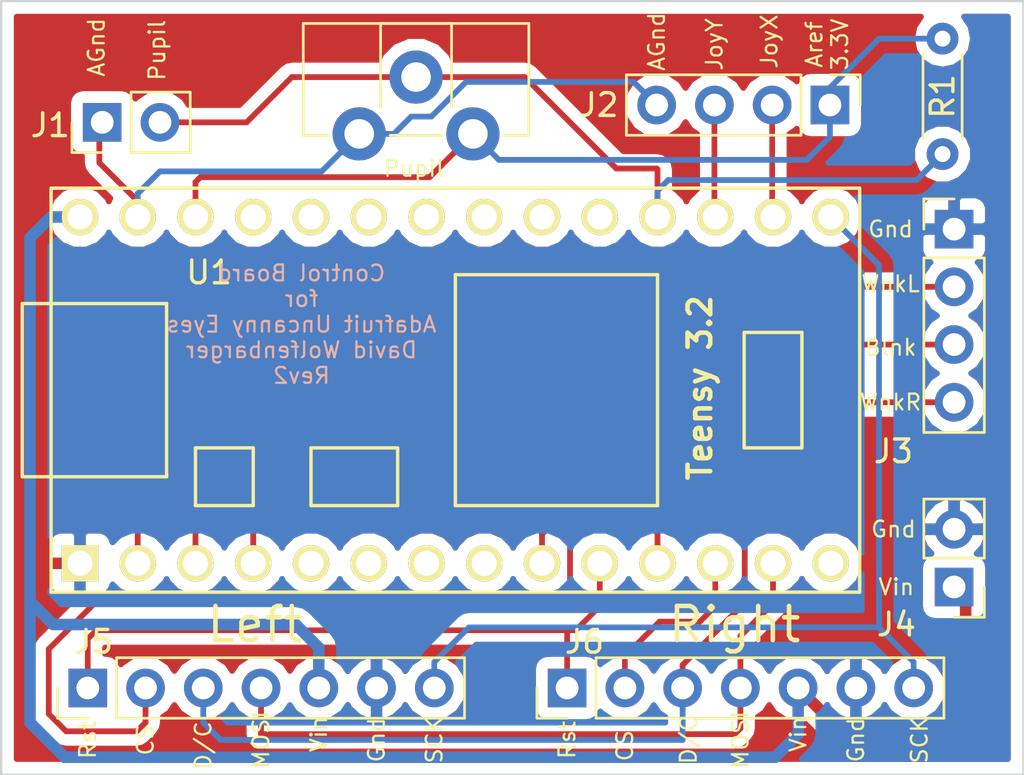
<source format=kicad_pcb>
(kicad_pcb (version 4) (host pcbnew 4.0.7)

  (general
    (links 31)
    (no_connects 0)
    (area 128.473999 85.660742 177.229258 122.810019)
    (thickness 1.6)
    (drawings 35)
    (tracks 127)
    (zones 0)
    (modules 9)
    (nets 17)
  )

  (page A4)
  (layers
    (0 F.Cu signal)
    (31 B.Cu signal)
    (32 B.Adhes user)
    (33 F.Adhes user)
    (34 B.Paste user)
    (35 F.Paste user)
    (36 B.SilkS user)
    (37 F.SilkS user)
    (38 B.Mask user)
    (39 F.Mask user)
    (40 Dwgs.User user)
    (41 Cmts.User user)
    (42 Eco1.User user)
    (43 Eco2.User user)
    (44 Edge.Cuts user)
    (45 Margin user)
    (46 B.CrtYd user)
    (47 F.CrtYd user)
    (48 B.Fab user)
    (49 F.Fab user)
  )

  (setup
    (last_trace_width 0.254)
    (user_trace_width 0.254)
    (user_trace_width 0.508)
    (user_trace_width 0.635)
    (user_trace_width 0.889)
    (user_trace_width 1.27)
    (trace_clearance 0.1524)
    (zone_clearance 0.508)
    (zone_45_only no)
    (trace_min 0.1524)
    (segment_width 0.2)
    (edge_width 0.1)
    (via_size 0.635)
    (via_drill 0.4064)
    (via_min_size 0.635)
    (via_min_drill 0.3)
    (uvia_size 0.3)
    (uvia_drill 0.1)
    (uvias_allowed no)
    (uvia_min_size 0.2)
    (uvia_min_drill 0.1)
    (pcb_text_width 0.3)
    (pcb_text_size 1.5 1.5)
    (mod_edge_width 0.15)
    (mod_text_size 1 1)
    (mod_text_width 0.15)
    (pad_size 1.5 1.5)
    (pad_drill 0.6)
    (pad_to_mask_clearance 0)
    (aux_axis_origin 0 0)
    (visible_elements 7FFFFFFF)
    (pcbplotparams
      (layerselection 0x00030_80000001)
      (usegerberextensions false)
      (excludeedgelayer true)
      (linewidth 0.100000)
      (plotframeref false)
      (viasonmask false)
      (mode 1)
      (useauxorigin false)
      (hpglpennumber 1)
      (hpglpenspeed 20)
      (hpglpendiameter 15)
      (hpglpenoverlay 2)
      (psnegative false)
      (psa4output false)
      (plotreference true)
      (plotvalue true)
      (plotinvisibletext false)
      (padsonsilk false)
      (subtractmaskfromsilk false)
      (outputformat 1)
      (mirror false)
      (drillshape 1)
      (scaleselection 1)
      (outputdirectory ""))
  )

  (net 0 "")
  (net 1 "Net-(J1-Pad1)")
  (net 2 "Net-(J1-Pad2)")
  (net 3 GND)
  (net 4 "Net-(J2-Pad2)")
  (net 5 "Net-(J3-Pad2)")
  (net 6 "Net-(J3-Pad3)")
  (net 7 "Net-(J3-Pad4)")
  (net 8 "Net-(J4-Pad1)")
  (net 9 "Net-(J5-Pad2)")
  (net 10 "Net-(J5-Pad3)")
  (net 11 "Net-(J5-Pad4)")
  (net 12 "Net-(J2-Pad1)")
  (net 13 "Net-(J2-Pad3)")
  (net 14 "Net-(J5-Pad1)")
  (net 15 "Net-(J5-Pad7)")
  (net 16 "Net-(J6-Pad2)")

  (net_class Default "This is the default net class."
    (clearance 0.1524)
    (trace_width 0.25)
    (via_dia 0.635)
    (via_drill 0.4064)
    (uvia_dia 0.3)
    (uvia_drill 0.1)
    (add_net GND)
    (add_net "Net-(J1-Pad1)")
    (add_net "Net-(J1-Pad2)")
    (add_net "Net-(J2-Pad1)")
    (add_net "Net-(J2-Pad2)")
    (add_net "Net-(J2-Pad3)")
    (add_net "Net-(J3-Pad2)")
    (add_net "Net-(J3-Pad3)")
    (add_net "Net-(J3-Pad4)")
    (add_net "Net-(J4-Pad1)")
    (add_net "Net-(J5-Pad1)")
    (add_net "Net-(J5-Pad2)")
    (add_net "Net-(J5-Pad3)")
    (add_net "Net-(J5-Pad4)")
    (add_net "Net-(J5-Pad7)")
    (add_net "Net-(J6-Pad2)")
  )

  (module Potentiometers:Potentiometer_Trimmer_ACP_CA9h2.5_Vertical_Px2.5mm_Py5.0mm (layer F.Cu) (tedit 59EC1473) (tstamp 59EB7EC6)
    (at 144.272 93.726 90)
    (descr "Potentiometer, vertically mounted, Omeg PC16PU, Omeg PC16PU, Omeg PC16PU, Vishay/Spectrol 248GJ/249GJ Single, Vishay/Spectrol 248GJ/249GJ Single, Vishay/Spectrol 248GJ/249GJ Single, Vishay/Spectrol 248GH/249GH Single, Vishay/Spectrol 148/149 Single, Vishay/Spectrol 148/149 Single, Vishay/Spectrol 148/149 Single, Vishay/Spectrol 148A/149A Single with mounting plates, Vishay/Spectrol 148/149 Double, Vishay/Spectrol 148A/149A Double with mounting plates, Piher PC-16 Single, Piher PC-16 Single, Piher PC-16 Single, Piher PC-16SV Single, Piher PC-16 Double, Piher PC-16 Triple, Piher T16H Single, Piher T16L Single, Piher T16H Double, Alps RK163 Single, Alps RK163 Double, Alps RK097 Single, Alps RK097 Double, Bourns PTV09A-2 Single with mounting sleve Single, Bourns PTV09A-1 with mounting sleve Single, Bourns PRS11S Single, Alps RK09K Single with mounting sleve Single, Alps RK09K with mounting sleve Single, Alps RK09L Single, Alps RK09L Single, Alps RK09L Double, Alps RK09L Double, Alps RK09Y Single, Bourns 3339S Single, Bourns 3339S Single, Bourns 3339P Single, Bourns 3339H Single, Vishay T7YA Single, Suntan TSR-3386H Single, Suntan TSR-3386H Single, Suntan TSR-3386P Single, Vishay T73XX Single, Vishay T73XX Single, Vishay T73YP Single, Piher PT-6h Single, Piher PT-6v Single, Piher PT-6v Single, Piher PT-10h2.5 Single, Piher PT-10h5 Single, Piher PT-101h3.8 Single, Piher PT-10v10 Single, Piher PT-10v10 Single, Piher PT-10v5 Single, Piher PT-15h5 Single, Piher PT-15h2.5 Single, Piher PT-15B Single, Piher PT-15hc5 Single, Piher PT-15v12.5 Single, Piher PT-15v12.5 Single, Piher PT-15v15 Single, Piher PT-15v15 Single, ACP CA6h Single, ACP CA6v Single, ACP CA6v Single, ACP CA6VSMD Single, ACP CA6VSMD Single, ACP CA9h2.5 Single, http://www.acptechnologies.com/wp-content/uploads/2016/12/ACP-CAT%C3%81LOGO-ENTERO-2016.pdf")
    (tags "Potentiometer vertical  Omeg PC16PU  Omeg PC16PU  Omeg PC16PU  Vishay/Spectrol 248GJ/249GJ Single  Vishay/Spectrol 248GJ/249GJ Single  Vishay/Spectrol 248GJ/249GJ Single  Vishay/Spectrol 248GH/249GH Single  Vishay/Spectrol 148/149 Single  Vishay/Spectrol 148/149 Single  Vishay/Spectrol 148/149 Single  Vishay/Spectrol 148A/149A Single with mounting plates  Vishay/Spectrol 148/149 Double  Vishay/Spectrol 148A/149A Double with mounting plates  Piher PC-16 Single  Piher PC-16 Single  Piher PC-16 Single  Piher PC-16SV Single  Piher PC-16 Double  Piher PC-16 Triple  Piher T16H Single  Piher T16L Single  Piher T16H Double  Alps RK163 Single  Alps RK163 Double  Alps RK097 Single  Alps RK097 Double  Bourns PTV09A-2 Single with mounting sleve Single  Bourns PTV09A-1 with mounting sleve Single  Bourns PRS11S Single  Alps RK09K Single with mounting sleve Single  Alps RK09K with mounting sleve Single  Alps RK09L Single  Alps RK09L Single  Alps RK09L Double  Alps RK09L Double  Alps RK09Y Single  Bourns 3339S Single  Bourns 3339S Single  Bourns 3339P Single  Bourns 3339H Single  Vishay T7YA Single  Suntan TSR-3386H Single  Suntan TSR-3386H Single  Suntan TSR-3386P Single  Vishay T73XX Single  Vishay T73XX Single  Vishay T73YP Single  Piher PT-6h Single  Piher PT-6v Single  Piher PT-6v Single  Piher PT-10h2.5 Single  Piher PT-10h5 Single  Piher PT-101h3.8 Single  Piher PT-10v10 Single  Piher PT-10v10 Single  Piher PT-10v5 Single  Piher PT-15h5 Single  Piher PT-15h2.5 Single  Piher PT-15B Single  Piher PT-15hc5 Single  Piher PT-15v12.5 Single  Piher PT-15v12.5 Single  Piher PT-15v15 Single  Piher PT-15v15 Single  ACP CA6h Single  ACP CA6v Single  ACP CA6v Single  ACP CA6VSMD Single  ACP CA6VSMD Single  ACP CA9h2.5 Single")
    (path /59EB3E54)
    (fp_text reference RV1 (at 0 -3.65 90) (layer F.SilkS) hide
      (effects (font (size 1 1) (thickness 0.15)))
    )
    (fp_text value POT (at 0 8.65 90) (layer F.Fab) hide
      (effects (font (size 1 1) (thickness 0.15)))
    )
    (fp_line (start 4.8 -2.4) (end 4.8 7.4) (layer F.Fab) (width 0.1))
    (fp_line (start 4.8 7.4) (end 0 7.4) (layer F.Fab) (width 0.1))
    (fp_line (start 0 7.4) (end 0 -2.4) (layer F.Fab) (width 0.1))
    (fp_line (start 0 -2.4) (end 4.8 -2.4) (layer F.Fab) (width 0.1))
    (fp_line (start 0 1) (end 0 4) (layer F.Fab) (width 0.1))
    (fp_line (start 0 4) (end 4.8 4) (layer F.Fab) (width 0.1))
    (fp_line (start 4.8 4) (end 4.8 1) (layer F.Fab) (width 0.1))
    (fp_line (start 4.8 1) (end 0 1) (layer F.Fab) (width 0.1))
    (fp_line (start -0.061 -2.461) (end 4.86 -2.461) (layer F.SilkS) (width 0.12))
    (fp_line (start -0.061 7.46) (end 4.86 7.46) (layer F.SilkS) (width 0.12))
    (fp_line (start 4.86 -2.461) (end 4.86 7.46) (layer F.SilkS) (width 0.12))
    (fp_line (start -0.061 6.365) (end -0.061 7.46) (layer F.SilkS) (width 0.12))
    (fp_line (start -0.061 -2.461) (end -0.061 -1.365) (layer F.SilkS) (width 0.12))
    (fp_line (start -0.061 1.365) (end -0.061 3.635) (layer F.SilkS) (width 0.12))
    (fp_line (start 1.185 0.94) (end 4.86 0.94) (layer F.SilkS) (width 0.12))
    (fp_line (start 1.185 4.061) (end 4.86 4.061) (layer F.SilkS) (width 0.12))
    (fp_line (start -0.061 1.365) (end -0.061 3.635) (layer F.SilkS) (width 0.12))
    (fp_line (start 4.86 0.94) (end 4.86 4.061) (layer F.SilkS) (width 0.12))
    (fp_line (start -1.45 -2.7) (end -1.45 7.65) (layer F.CrtYd) (width 0.05))
    (fp_line (start -1.45 7.65) (end 5.05 7.65) (layer F.CrtYd) (width 0.05))
    (fp_line (start 5.05 7.65) (end 5.05 -2.7) (layer F.CrtYd) (width 0.05))
    (fp_line (start 5.05 -2.7) (end -1.45 -2.7) (layer F.CrtYd) (width 0.05))
    (pad 3 thru_hole circle (at 0 5 90) (size 2.34 2.34) (drill 1.3) (layers *.Cu *.Mask)
      (net 12 "Net-(J2-Pad1)"))
    (pad 2 thru_hole circle (at 2.5 2.5 90) (size 2.34 2.34) (drill 1.3) (layers *.Cu *.Mask)
      (net 2 "Net-(J1-Pad2)"))
    (pad 1 thru_hole circle (at 0 0 90) (size 2.34 2.34) (drill 1.3) (layers *.Cu *.Mask)
      (net 1 "Net-(J1-Pad1)"))
    (model Potentiometers.3dshapes/Potentiometer_Trimmer_ACP_CA9h2.5_Vertical_Px2.5mm_Py5.0mm.wrl
      (at (xyz 0 0 0))
      (scale (xyz 0.393701 0.393701 0.393701))
      (rotate (xyz 0 0 0))
    )
  )

  (module Pin_Headers:Pin_Header_Straight_1x07_Pitch2.54mm (layer F.Cu) (tedit 59EC1E44) (tstamp 59EADAB4)
    (at 132.334 118.11 90)
    (descr "Through hole straight pin header, 1x07, 2.54mm pitch, single row")
    (tags "Through hole pin header THT 1x07 2.54mm single row")
    (path /59E931A5)
    (fp_text reference J5 (at 2.032 0.254 180) (layer F.SilkS)
      (effects (font (size 1 1) (thickness 0.15)))
    )
    (fp_text value Conn_01x07 (at 0 17.57 90) (layer F.Fab) hide
      (effects (font (size 1 1) (thickness 0.15)))
    )
    (fp_line (start -0.635 -1.27) (end 1.27 -1.27) (layer F.Fab) (width 0.1))
    (fp_line (start 1.27 -1.27) (end 1.27 16.51) (layer F.Fab) (width 0.1))
    (fp_line (start 1.27 16.51) (end -1.27 16.51) (layer F.Fab) (width 0.1))
    (fp_line (start -1.27 16.51) (end -1.27 -0.635) (layer F.Fab) (width 0.1))
    (fp_line (start -1.27 -0.635) (end -0.635 -1.27) (layer F.Fab) (width 0.1))
    (fp_line (start -1.33 16.57) (end 1.33 16.57) (layer F.SilkS) (width 0.12))
    (fp_line (start -1.33 1.27) (end -1.33 16.57) (layer F.SilkS) (width 0.12))
    (fp_line (start 1.33 1.27) (end 1.33 16.57) (layer F.SilkS) (width 0.12))
    (fp_line (start -1.33 1.27) (end 1.33 1.27) (layer F.SilkS) (width 0.12))
    (fp_line (start -1.33 0) (end -1.33 -1.33) (layer F.SilkS) (width 0.12))
    (fp_line (start -1.33 -1.33) (end 0 -1.33) (layer F.SilkS) (width 0.12))
    (fp_line (start -1.8 -1.8) (end -1.8 17.05) (layer F.CrtYd) (width 0.05))
    (fp_line (start -1.8 17.05) (end 1.8 17.05) (layer F.CrtYd) (width 0.05))
    (fp_line (start 1.8 17.05) (end 1.8 -1.8) (layer F.CrtYd) (width 0.05))
    (fp_line (start 1.8 -1.8) (end -1.8 -1.8) (layer F.CrtYd) (width 0.05))
    (fp_text user %R (at 0 7.62 180) (layer F.Fab)
      (effects (font (size 1 1) (thickness 0.15)))
    )
    (pad 1 thru_hole rect (at 0 0 90) (size 1.7 1.7) (drill 1) (layers *.Cu *.Mask)
      (net 14 "Net-(J5-Pad1)"))
    (pad 2 thru_hole oval (at 0 2.54 90) (size 1.7 1.7) (drill 1) (layers *.Cu *.Mask)
      (net 9 "Net-(J5-Pad2)"))
    (pad 3 thru_hole oval (at 0 5.08 90) (size 1.7 1.7) (drill 1) (layers *.Cu *.Mask)
      (net 10 "Net-(J5-Pad3)"))
    (pad 4 thru_hole oval (at 0 7.62 90) (size 1.7 1.7) (drill 1) (layers *.Cu *.Mask)
      (net 11 "Net-(J5-Pad4)"))
    (pad 5 thru_hole oval (at 0 10.16 90) (size 1.7 1.7) (drill 1) (layers *.Cu *.Mask)
      (net 8 "Net-(J4-Pad1)"))
    (pad 6 thru_hole oval (at 0 12.7 90) (size 1.7 1.7) (drill 1) (layers *.Cu *.Mask)
      (net 3 GND))
    (pad 7 thru_hole oval (at 0 15.24 90) (size 1.7 1.7) (drill 1) (layers *.Cu *.Mask)
      (net 15 "Net-(J5-Pad7)"))
    (model ${KISYS3DMOD}/Pin_Headers.3dshapes/Pin_Header_Straight_1x07_Pitch2.54mm.wrl
      (at (xyz 0 0 0))
      (scale (xyz 1 1 1))
      (rotate (xyz 0 0 0))
    )
  )

  (module Pin_Headers:Pin_Header_Straight_1x07_Pitch2.54mm (layer F.Cu) (tedit 59EC1DEA) (tstamp 59EADABF)
    (at 153.416 118.11 90)
    (descr "Through hole straight pin header, 1x07, 2.54mm pitch, single row")
    (tags "Through hole pin header THT 1x07 2.54mm single row")
    (path /59E93338)
    (fp_text reference J6 (at 2.032 0.762 180) (layer F.SilkS)
      (effects (font (size 1 1) (thickness 0.15)))
    )
    (fp_text value Conn_01x07 (at 0 17.57 90) (layer F.Fab) hide
      (effects (font (size 1 1) (thickness 0.15)))
    )
    (fp_line (start -0.635 -1.27) (end 1.27 -1.27) (layer F.Fab) (width 0.1))
    (fp_line (start 1.27 -1.27) (end 1.27 16.51) (layer F.Fab) (width 0.1))
    (fp_line (start 1.27 16.51) (end -1.27 16.51) (layer F.Fab) (width 0.1))
    (fp_line (start -1.27 16.51) (end -1.27 -0.635) (layer F.Fab) (width 0.1))
    (fp_line (start -1.27 -0.635) (end -0.635 -1.27) (layer F.Fab) (width 0.1))
    (fp_line (start -1.33 16.57) (end 1.33 16.57) (layer F.SilkS) (width 0.12))
    (fp_line (start -1.33 1.27) (end -1.33 16.57) (layer F.SilkS) (width 0.12))
    (fp_line (start 1.33 1.27) (end 1.33 16.57) (layer F.SilkS) (width 0.12))
    (fp_line (start -1.33 1.27) (end 1.33 1.27) (layer F.SilkS) (width 0.12))
    (fp_line (start -1.33 0) (end -1.33 -1.33) (layer F.SilkS) (width 0.12))
    (fp_line (start -1.33 -1.33) (end 0 -1.33) (layer F.SilkS) (width 0.12))
    (fp_line (start -1.8 -1.8) (end -1.8 17.05) (layer F.CrtYd) (width 0.05))
    (fp_line (start -1.8 17.05) (end 1.8 17.05) (layer F.CrtYd) (width 0.05))
    (fp_line (start 1.8 17.05) (end 1.8 -1.8) (layer F.CrtYd) (width 0.05))
    (fp_line (start 1.8 -1.8) (end -1.8 -1.8) (layer F.CrtYd) (width 0.05))
    (fp_text user %R (at 0 7.62 180) (layer F.Fab)
      (effects (font (size 1 1) (thickness 0.15)))
    )
    (pad 1 thru_hole rect (at 0 0 90) (size 1.7 1.7) (drill 1) (layers *.Cu *.Mask)
      (net 14 "Net-(J5-Pad1)"))
    (pad 2 thru_hole oval (at 0 2.54 90) (size 1.7 1.7) (drill 1) (layers *.Cu *.Mask)
      (net 16 "Net-(J6-Pad2)"))
    (pad 3 thru_hole oval (at 0 5.08 90) (size 1.7 1.7) (drill 1) (layers *.Cu *.Mask)
      (net 10 "Net-(J5-Pad3)"))
    (pad 4 thru_hole oval (at 0 7.62 90) (size 1.7 1.7) (drill 1) (layers *.Cu *.Mask)
      (net 11 "Net-(J5-Pad4)"))
    (pad 5 thru_hole oval (at 0 10.16 90) (size 1.7 1.7) (drill 1) (layers *.Cu *.Mask)
      (net 8 "Net-(J4-Pad1)"))
    (pad 6 thru_hole oval (at 0 12.7 90) (size 1.7 1.7) (drill 1) (layers *.Cu *.Mask)
      (net 3 GND))
    (pad 7 thru_hole oval (at 0 15.24 90) (size 1.7 1.7) (drill 1) (layers *.Cu *.Mask)
      (net 15 "Net-(J5-Pad7)"))
    (model ${KISYS3DMOD}/Pin_Headers.3dshapes/Pin_Header_Straight_1x07_Pitch2.54mm.wrl
      (at (xyz 0 0 0))
      (scale (xyz 1 1 1))
      (rotate (xyz 0 0 0))
    )
  )

  (module Pin_Headers:Pin_Header_Straight_1x04_Pitch2.54mm (layer F.Cu) (tedit 5A07DA96) (tstamp 59EADAC7)
    (at 164.973 92.456 270)
    (descr "Through hole straight pin header, 1x04, 2.54mm pitch, single row")
    (tags "Through hole pin header THT 1x04 2.54mm single row")
    (path /59EA28FF)
    (fp_text reference J2 (at 0 10.16 540) (layer F.SilkS)
      (effects (font (size 1 1) (thickness 0.15)))
    )
    (fp_text value Conn_01x04_Male (at 0 9.95 270) (layer F.Fab) hide
      (effects (font (size 1 1) (thickness 0.15)))
    )
    (fp_line (start -0.635 -1.27) (end 1.27 -1.27) (layer F.Fab) (width 0.1))
    (fp_line (start 1.27 -1.27) (end 1.27 8.89) (layer F.Fab) (width 0.1))
    (fp_line (start 1.27 8.89) (end -1.27 8.89) (layer F.Fab) (width 0.1))
    (fp_line (start -1.27 8.89) (end -1.27 -0.635) (layer F.Fab) (width 0.1))
    (fp_line (start -1.27 -0.635) (end -0.635 -1.27) (layer F.Fab) (width 0.1))
    (fp_line (start -1.33 8.95) (end 1.33 8.95) (layer F.SilkS) (width 0.12))
    (fp_line (start -1.33 1.27) (end -1.33 8.95) (layer F.SilkS) (width 0.12))
    (fp_line (start 1.33 1.27) (end 1.33 8.95) (layer F.SilkS) (width 0.12))
    (fp_line (start -1.33 1.27) (end 1.33 1.27) (layer F.SilkS) (width 0.12))
    (fp_line (start -1.33 0) (end -1.33 -1.33) (layer F.SilkS) (width 0.12))
    (fp_line (start -1.33 -1.33) (end 0 -1.33) (layer F.SilkS) (width 0.12))
    (fp_line (start -1.8 -1.8) (end -1.8 9.4) (layer F.CrtYd) (width 0.05))
    (fp_line (start -1.8 9.4) (end 1.8 9.4) (layer F.CrtYd) (width 0.05))
    (fp_line (start 1.8 9.4) (end 1.8 -1.8) (layer F.CrtYd) (width 0.05))
    (fp_line (start 1.8 -1.8) (end -1.8 -1.8) (layer F.CrtYd) (width 0.05))
    (fp_text user %R (at 0 3.81 360) (layer F.Fab)
      (effects (font (size 1 1) (thickness 0.15)))
    )
    (pad 1 thru_hole rect (at 0 0 270) (size 1.7 1.7) (drill 1) (layers *.Cu *.Mask)
      (net 12 "Net-(J2-Pad1)"))
    (pad 2 thru_hole oval (at 0 2.54 270) (size 1.7 1.7) (drill 1) (layers *.Cu *.Mask)
      (net 4 "Net-(J2-Pad2)"))
    (pad 3 thru_hole oval (at 0 5.08 270) (size 1.7 1.7) (drill 1) (layers *.Cu *.Mask)
      (net 13 "Net-(J2-Pad3)"))
    (pad 4 thru_hole oval (at 0 7.62 270) (size 1.7 1.7) (drill 1) (layers *.Cu *.Mask)
      (net 1 "Net-(J1-Pad1)"))
    (model ${KISYS3DMOD}/Pin_Headers.3dshapes/Pin_Header_Straight_1x04_Pitch2.54mm.wrl
      (at (xyz 0 0 0))
      (scale (xyz 1 1 1))
      (rotate (xyz 0 0 0))
    )
  )

  (module Pin_Headers:Pin_Header_Straight_1x04_Pitch2.54mm (layer F.Cu) (tedit 5A07CC8B) (tstamp 59EADAD6)
    (at 170.434 97.917)
    (descr "Through hole straight pin header, 1x04, 2.54mm pitch, single row")
    (tags "Through hole pin header THT 1x04 2.54mm single row")
    (path /59EA31D7)
    (fp_text reference J3 (at -2.667 9.779 180) (layer F.SilkS)
      (effects (font (size 1 1) (thickness 0.15)))
    )
    (fp_text value Conn_01x04_Male (at 0 9.95) (layer F.Fab) hide
      (effects (font (size 1 1) (thickness 0.15)))
    )
    (fp_line (start -0.635 -1.27) (end 1.27 -1.27) (layer F.Fab) (width 0.1))
    (fp_line (start 1.27 -1.27) (end 1.27 8.89) (layer F.Fab) (width 0.1))
    (fp_line (start 1.27 8.89) (end -1.27 8.89) (layer F.Fab) (width 0.1))
    (fp_line (start -1.27 8.89) (end -1.27 -0.635) (layer F.Fab) (width 0.1))
    (fp_line (start -1.27 -0.635) (end -0.635 -1.27) (layer F.Fab) (width 0.1))
    (fp_line (start -1.33 8.95) (end 1.33 8.95) (layer F.SilkS) (width 0.12))
    (fp_line (start -1.33 1.27) (end -1.33 8.95) (layer F.SilkS) (width 0.12))
    (fp_line (start 1.33 1.27) (end 1.33 8.95) (layer F.SilkS) (width 0.12))
    (fp_line (start -1.33 1.27) (end 1.33 1.27) (layer F.SilkS) (width 0.12))
    (fp_line (start -1.33 0) (end -1.33 -1.33) (layer F.SilkS) (width 0.12))
    (fp_line (start -1.33 -1.33) (end 0 -1.33) (layer F.SilkS) (width 0.12))
    (fp_line (start -1.8 -1.8) (end -1.8 9.4) (layer F.CrtYd) (width 0.05))
    (fp_line (start -1.8 9.4) (end 1.8 9.4) (layer F.CrtYd) (width 0.05))
    (fp_line (start 1.8 9.4) (end 1.8 -1.8) (layer F.CrtYd) (width 0.05))
    (fp_line (start 1.8 -1.8) (end -1.8 -1.8) (layer F.CrtYd) (width 0.05))
    (fp_text user %R (at 0 3.81 90) (layer F.Fab)
      (effects (font (size 1 1) (thickness 0.15)))
    )
    (pad 1 thru_hole rect (at 0 0) (size 1.7 1.7) (drill 1) (layers *.Cu *.Mask)
      (net 3 GND))
    (pad 2 thru_hole oval (at 0 2.54) (size 1.7 1.7) (drill 1) (layers *.Cu *.Mask)
      (net 5 "Net-(J3-Pad2)"))
    (pad 3 thru_hole oval (at 0 5.08) (size 1.7 1.7) (drill 1) (layers *.Cu *.Mask)
      (net 6 "Net-(J3-Pad3)"))
    (pad 4 thru_hole oval (at 0 7.62) (size 1.7 1.7) (drill 1) (layers *.Cu *.Mask)
      (net 7 "Net-(J3-Pad4)"))
    (model ${KISYS3DMOD}/Pin_Headers.3dshapes/Pin_Header_Straight_1x04_Pitch2.54mm.wrl
      (at (xyz 0 0 0))
      (scale (xyz 1 1 1))
      (rotate (xyz 0 0 0))
    )
  )

  (module Pin_Headers:Pin_Header_Straight_1x02_Pitch2.54mm (layer F.Cu) (tedit 5A07CD58) (tstamp 59EC1A3E)
    (at 170.434 113.665 180)
    (descr "Through hole straight pin header, 1x02, 2.54mm pitch, single row")
    (tags "Through hole pin header THT 1x02 2.54mm single row")
    (path /59EC17D9)
    (fp_text reference J4 (at 2.54 -1.651 360) (layer F.SilkS)
      (effects (font (size 1 1) (thickness 0.15)))
    )
    (fp_text value Conn_01x02 (at 0 4.87 180) (layer F.Fab) hide
      (effects (font (size 1 1) (thickness 0.15)))
    )
    (fp_line (start -0.635 -1.27) (end 1.27 -1.27) (layer F.Fab) (width 0.1))
    (fp_line (start 1.27 -1.27) (end 1.27 3.81) (layer F.Fab) (width 0.1))
    (fp_line (start 1.27 3.81) (end -1.27 3.81) (layer F.Fab) (width 0.1))
    (fp_line (start -1.27 3.81) (end -1.27 -0.635) (layer F.Fab) (width 0.1))
    (fp_line (start -1.27 -0.635) (end -0.635 -1.27) (layer F.Fab) (width 0.1))
    (fp_line (start -1.33 3.87) (end 1.33 3.87) (layer F.SilkS) (width 0.12))
    (fp_line (start -1.33 1.27) (end -1.33 3.87) (layer F.SilkS) (width 0.12))
    (fp_line (start 1.33 1.27) (end 1.33 3.87) (layer F.SilkS) (width 0.12))
    (fp_line (start -1.33 1.27) (end 1.33 1.27) (layer F.SilkS) (width 0.12))
    (fp_line (start -1.33 0) (end -1.33 -1.33) (layer F.SilkS) (width 0.12))
    (fp_line (start -1.33 -1.33) (end 0 -1.33) (layer F.SilkS) (width 0.12))
    (fp_line (start -1.8 -1.8) (end -1.8 4.35) (layer F.CrtYd) (width 0.05))
    (fp_line (start -1.8 4.35) (end 1.8 4.35) (layer F.CrtYd) (width 0.05))
    (fp_line (start 1.8 4.35) (end 1.8 -1.8) (layer F.CrtYd) (width 0.05))
    (fp_line (start 1.8 -1.8) (end -1.8 -1.8) (layer F.CrtYd) (width 0.05))
    (fp_text user %R (at 0 1.27 270) (layer F.Fab)
      (effects (font (size 1 1) (thickness 0.15)))
    )
    (pad 1 thru_hole rect (at 0 0 180) (size 1.7 1.7) (drill 1) (layers *.Cu *.Mask)
      (net 8 "Net-(J4-Pad1)"))
    (pad 2 thru_hole oval (at 0 2.54 180) (size 1.7 1.7) (drill 1) (layers *.Cu *.Mask)
      (net 3 GND))
    (model ${KISYS3DMOD}/Pin_Headers.3dshapes/Pin_Header_Straight_1x02_Pitch2.54mm.wrl
      (at (xyz 0 0 0))
      (scale (xyz 1 1 1))
      (rotate (xyz 0 0 0))
    )
  )

  (module TeensyDW:Teensy30_31_32_LC-DW (layer F.Cu) (tedit 59F143CD) (tstamp 59EADB1C)
    (at 148.5011 105.0036)
    (path /59E93087)
    (fp_text reference U1 (at -10.8331 -5.1816) (layer F.SilkS)
      (effects (font (size 1 1) (thickness 0.15)))
    )
    (fp_text value Teensy3.2 (at -7.0231 0.9144) (layer F.Fab)
      (effects (font (size 1 1) (thickness 0.15)))
    )
    (fp_line (start -17.78 3.81) (end -19.05 3.81) (layer F.SilkS) (width 0.15))
    (fp_line (start -19.05 3.81) (end -19.05 -3.81) (layer F.SilkS) (width 0.15))
    (fp_line (start -19.05 -3.81) (end -17.78 -3.81) (layer F.SilkS) (width 0.15))
    (fp_line (start -6.35 5.08) (end -2.54 5.08) (layer F.SilkS) (width 0.15))
    (fp_line (start -2.54 5.08) (end -2.54 2.54) (layer F.SilkS) (width 0.15))
    (fp_line (start -2.54 2.54) (end -6.35 2.54) (layer F.SilkS) (width 0.15))
    (fp_line (start -6.35 2.54) (end -6.35 5.08) (layer F.SilkS) (width 0.15))
    (fp_line (start -12.7 3.81) (end -12.7 -3.81) (layer F.SilkS) (width 0.15))
    (fp_line (start -12.7 -3.81) (end -17.78 -3.81) (layer F.SilkS) (width 0.15))
    (fp_line (start -12.7 3.81) (end -17.78 3.81) (layer F.SilkS) (width 0.15))
    (fp_line (start -11.43 5.08) (end -8.89 5.08) (layer F.SilkS) (width 0.15))
    (fp_line (start -8.89 5.08) (end -8.89 2.54) (layer F.SilkS) (width 0.15))
    (fp_line (start -8.89 2.54) (end -11.43 2.54) (layer F.SilkS) (width 0.15))
    (fp_line (start -11.43 2.54) (end -11.43 5.08) (layer F.SilkS) (width 0.15))
    (fp_line (start 15.24 -2.54) (end 15.24 2.54) (layer F.SilkS) (width 0.15))
    (fp_line (start 15.24 2.54) (end 12.7 2.54) (layer F.SilkS) (width 0.15))
    (fp_line (start 12.7 2.54) (end 12.7 -2.54) (layer F.SilkS) (width 0.15))
    (fp_line (start 12.7 -2.54) (end 15.24 -2.54) (layer F.SilkS) (width 0.15))
    (fp_line (start 8.89 5.08) (end 8.89 -5.08) (layer F.SilkS) (width 0.15))
    (fp_line (start 0 -5.08) (end 0 5.08) (layer F.SilkS) (width 0.15))
    (fp_line (start 8.89 -5.08) (end 0 -5.08) (layer F.SilkS) (width 0.15))
    (fp_line (start 8.89 5.08) (end 0 5.08) (layer F.SilkS) (width 0.15))
    (fp_line (start -17.78 -8.89) (end 17.78 -8.89) (layer F.SilkS) (width 0.15))
    (fp_line (start 17.78 -8.89) (end 17.78 8.89) (layer F.SilkS) (width 0.15))
    (fp_line (start 17.78 8.89) (end -17.78 8.89) (layer F.SilkS) (width 0.15))
    (fp_line (start -17.78 8.89) (end -17.78 -8.89) (layer F.SilkS) (width 0.15))
    (pad 20 thru_hole circle (at 16.51 -7.62) (size 1.6 1.6) (drill 1.1) (layers *.Cu *.Mask F.SilkS)
      (net 15 "Net-(J5-Pad7)"))
    (pad 14 thru_hole circle (at 16.51 7.62) (size 1.6 1.6) (drill 1.1) (layers *.Cu *.Mask F.SilkS))
    (pad 21 thru_hole circle (at 13.97 -7.62) (size 1.6 1.6) (drill 1.1) (layers *.Cu *.Mask F.SilkS)
      (net 4 "Net-(J2-Pad2)"))
    (pad 22 thru_hole circle (at 11.43 -7.62) (size 1.6 1.6) (drill 1.1) (layers *.Cu *.Mask F.SilkS)
      (net 13 "Net-(J2-Pad3)"))
    (pad 23 thru_hole circle (at 8.89 -7.62) (size 1.6 1.6) (drill 1.1) (layers *.Cu *.Mask F.SilkS)
      (net 2 "Net-(J1-Pad2)"))
    (pad 24 thru_hole circle (at 6.35 -7.62) (size 1.6 1.6) (drill 1.1) (layers *.Cu *.Mask F.SilkS))
    (pad 25 thru_hole circle (at 3.81 -7.62) (size 1.6 1.6) (drill 1.1) (layers *.Cu *.Mask F.SilkS))
    (pad 26 thru_hole circle (at 1.27 -7.62) (size 1.6 1.6) (drill 1.1) (layers *.Cu *.Mask F.SilkS))
    (pad 27 thru_hole circle (at -1.27 -7.62) (size 1.6 1.6) (drill 1.1) (layers *.Cu *.Mask F.SilkS))
    (pad 28 thru_hole circle (at -3.81 -7.62) (size 1.6 1.6) (drill 1.1) (layers *.Cu *.Mask F.SilkS))
    (pad 29 thru_hole circle (at -6.35 -7.62) (size 1.6 1.6) (drill 1.1) (layers *.Cu *.Mask F.SilkS))
    (pad 30 thru_hole circle (at -8.89 -7.62) (size 1.6 1.6) (drill 1.1) (layers *.Cu *.Mask F.SilkS))
    (pad 31 thru_hole circle (at -11.43 -7.62) (size 1.6 1.6) (drill 1.1) (layers *.Cu *.Mask F.SilkS)
      (net 12 "Net-(J2-Pad1)"))
    (pad 32 thru_hole circle (at -13.97 -7.62) (size 1.6 1.6) (drill 1.1) (layers *.Cu *.Mask F.SilkS)
      (net 1 "Net-(J1-Pad1)"))
    (pad 33 thru_hole circle (at -16.51 -7.62) (size 1.6 1.6) (drill 1.1) (layers *.Cu *.Mask F.SilkS)
      (net 8 "Net-(J4-Pad1)"))
    (pad 13 thru_hole circle (at 13.97 7.62) (size 1.6 1.6) (drill 1.1) (layers *.Cu *.Mask F.SilkS)
      (net 11 "Net-(J5-Pad4)"))
    (pad 12 thru_hole circle (at 11.43 7.62) (size 1.6 1.6) (drill 1.1) (layers *.Cu *.Mask F.SilkS)
      (net 16 "Net-(J6-Pad2)"))
    (pad 11 thru_hole circle (at 8.89 7.62) (size 1.6 1.6) (drill 1.1) (layers *.Cu *.Mask F.SilkS)
      (net 9 "Net-(J5-Pad2)"))
    (pad 10 thru_hole circle (at 6.35 7.62) (size 1.6 1.6) (drill 1.1) (layers *.Cu *.Mask F.SilkS)
      (net 14 "Net-(J5-Pad1)"))
    (pad 9 thru_hole circle (at 3.81 7.62) (size 1.6 1.6) (drill 1.1) (layers *.Cu *.Mask F.SilkS)
      (net 10 "Net-(J5-Pad3)"))
    (pad 8 thru_hole circle (at 1.27 7.62) (size 1.6 1.6) (drill 1.1) (layers *.Cu *.Mask F.SilkS))
    (pad 7 thru_hole circle (at -1.27 7.62) (size 1.6 1.6) (drill 1.1) (layers *.Cu *.Mask F.SilkS))
    (pad 6 thru_hole circle (at -3.81 7.62) (size 1.6 1.6) (drill 1.1) (layers *.Cu *.Mask F.SilkS))
    (pad 5 thru_hole circle (at -6.35 7.62) (size 1.6 1.6) (drill 1.1) (layers *.Cu *.Mask F.SilkS))
    (pad 4 thru_hole circle (at -8.89 7.62) (size 1.6 1.6) (drill 1.1) (layers *.Cu *.Mask F.SilkS)
      (net 7 "Net-(J3-Pad4)"))
    (pad 3 thru_hole circle (at -11.43 7.62) (size 1.6 1.6) (drill 1.1) (layers *.Cu *.Mask F.SilkS)
      (net 6 "Net-(J3-Pad3)"))
    (pad 2 thru_hole circle (at -13.97 7.62) (size 1.6 1.6) (drill 1.1) (layers *.Cu *.Mask F.SilkS)
      (net 5 "Net-(J3-Pad2)"))
    (pad 1 thru_hole rect (at -16.51 7.62) (size 1.6 1.6) (drill 1.1) (layers *.Cu *.Mask F.SilkS)
      (net 3 GND))
  )

  (module Resistors_THT:R_Axial_DIN0204_L3.6mm_D1.6mm_P5.08mm_Horizontal (layer F.Cu) (tedit 5A07CC1A) (tstamp 5A07C9A8)
    (at 169.926 94.615 90)
    (descr "Resistor, Axial_DIN0204 series, Axial, Horizontal, pin pitch=5.08mm, 0.16666666666666666W = 1/6W, length*diameter=3.6*1.6mm^2, http://cdn-reichelt.de/documents/datenblatt/B400/1_4W%23YAG.pdf")
    (tags "Resistor Axial_DIN0204 series Axial Horizontal pin pitch 5.08mm 0.16666666666666666W = 1/6W length 3.6mm diameter 1.6mm")
    (path /5A079ACC)
    (fp_text reference R1 (at 2.54 0 90) (layer F.SilkS)
      (effects (font (size 1 1) (thickness 0.15)))
    )
    (fp_text value R (at 2.413 1.905 90) (layer F.Fab) hide
      (effects (font (size 1 1) (thickness 0.15)))
    )
    (fp_line (start 0.74 -0.8) (end 0.74 0.8) (layer F.Fab) (width 0.1))
    (fp_line (start 0.74 0.8) (end 4.34 0.8) (layer F.Fab) (width 0.1))
    (fp_line (start 4.34 0.8) (end 4.34 -0.8) (layer F.Fab) (width 0.1))
    (fp_line (start 4.34 -0.8) (end 0.74 -0.8) (layer F.Fab) (width 0.1))
    (fp_line (start 0 0) (end 0.74 0) (layer F.Fab) (width 0.1))
    (fp_line (start 5.08 0) (end 4.34 0) (layer F.Fab) (width 0.1))
    (fp_line (start 0.68 -0.86) (end 4.4 -0.86) (layer F.SilkS) (width 0.12))
    (fp_line (start 0.68 0.86) (end 4.4 0.86) (layer F.SilkS) (width 0.12))
    (fp_line (start -0.95 -1.15) (end -0.95 1.15) (layer F.CrtYd) (width 0.05))
    (fp_line (start -0.95 1.15) (end 6.05 1.15) (layer F.CrtYd) (width 0.05))
    (fp_line (start 6.05 1.15) (end 6.05 -1.15) (layer F.CrtYd) (width 0.05))
    (fp_line (start 6.05 -1.15) (end -0.95 -1.15) (layer F.CrtYd) (width 0.05))
    (pad 1 thru_hole circle (at 0 0 90) (size 1.4 1.4) (drill 0.7) (layers *.Cu *.Mask)
      (net 2 "Net-(J1-Pad2)"))
    (pad 2 thru_hole oval (at 5.08 0 90) (size 1.4 1.4) (drill 0.7) (layers *.Cu *.Mask)
      (net 12 "Net-(J2-Pad1)"))
    (model ${KISYS3DMOD}/Resistors_THT.3dshapes/R_Axial_DIN0204_L3.6mm_D1.6mm_P5.08mm_Horizontal.wrl
      (at (xyz 0 0 0))
      (scale (xyz 0.393701 0.393701 0.393701))
      (rotate (xyz 0 0 0))
    )
  )

  (module Pin_Headers:Pin_Header_Straight_1x02_Pitch2.54mm (layer F.Cu) (tedit 5A07DA81) (tstamp 5A07D754)
    (at 132.969 93.218 90)
    (descr "Through hole straight pin header, 1x02, 2.54mm pitch, single row")
    (tags "Through hole pin header THT 1x02 2.54mm single row")
    (path /5A07D291)
    (fp_text reference J1 (at -0.127 -2.286 180) (layer F.SilkS)
      (effects (font (size 1 1) (thickness 0.15)))
    )
    (fp_text value Conn_01x02 (at 0 4.87 90) (layer F.Fab)
      (effects (font (size 1 1) (thickness 0.15)))
    )
    (fp_line (start -0.635 -1.27) (end 1.27 -1.27) (layer F.Fab) (width 0.1))
    (fp_line (start 1.27 -1.27) (end 1.27 3.81) (layer F.Fab) (width 0.1))
    (fp_line (start 1.27 3.81) (end -1.27 3.81) (layer F.Fab) (width 0.1))
    (fp_line (start -1.27 3.81) (end -1.27 -0.635) (layer F.Fab) (width 0.1))
    (fp_line (start -1.27 -0.635) (end -0.635 -1.27) (layer F.Fab) (width 0.1))
    (fp_line (start -1.33 3.87) (end 1.33 3.87) (layer F.SilkS) (width 0.12))
    (fp_line (start -1.33 1.27) (end -1.33 3.87) (layer F.SilkS) (width 0.12))
    (fp_line (start 1.33 1.27) (end 1.33 3.87) (layer F.SilkS) (width 0.12))
    (fp_line (start -1.33 1.27) (end 1.33 1.27) (layer F.SilkS) (width 0.12))
    (fp_line (start -1.33 0) (end -1.33 -1.33) (layer F.SilkS) (width 0.12))
    (fp_line (start -1.33 -1.33) (end 0 -1.33) (layer F.SilkS) (width 0.12))
    (fp_line (start -1.8 -1.8) (end -1.8 4.35) (layer F.CrtYd) (width 0.05))
    (fp_line (start -1.8 4.35) (end 1.8 4.35) (layer F.CrtYd) (width 0.05))
    (fp_line (start 1.8 4.35) (end 1.8 -1.8) (layer F.CrtYd) (width 0.05))
    (fp_line (start 1.8 -1.8) (end -1.8 -1.8) (layer F.CrtYd) (width 0.05))
    (fp_text user %R (at 0 1.27 180) (layer F.Fab)
      (effects (font (size 1 1) (thickness 0.15)))
    )
    (pad 1 thru_hole rect (at 0 0 90) (size 1.7 1.7) (drill 1) (layers *.Cu *.Mask)
      (net 1 "Net-(J1-Pad1)"))
    (pad 2 thru_hole oval (at 0 2.54 90) (size 1.7 1.7) (drill 1) (layers *.Cu *.Mask)
      (net 2 "Net-(J1-Pad2)"))
    (model ${KISYS3DMOD}/Pin_Headers.3dshapes/Pin_Header_Straight_1x02_Pitch2.54mm.wrl
      (at (xyz 0 0 0))
      (scale (xyz 1 1 1))
      (rotate (xyz 0 0 0))
    )
  )

  (gr_text Vin (at 167.894 113.665) (layer F.SilkS)
    (effects (font (size 0.7 0.7) (thickness 0.1)))
  )
  (gr_text Gnd (at 167.767 111.125) (layer F.SilkS)
    (effects (font (size 0.7 0.7) (thickness 0.1)))
  )
  (gr_text SCK (at 168.91 120.396 90) (layer F.SilkS)
    (effects (font (size 0.7 0.7) (thickness 0.1)))
  )
  (gr_text Gnd (at 166.116 120.396 90) (layer F.SilkS)
    (effects (font (size 0.7 0.7) (thickness 0.1)))
  )
  (gr_text Vin (at 163.576 120.142 90) (layer F.SilkS)
    (effects (font (size 0.7 0.7) (thickness 0.1)))
  )
  (gr_text MOSI (at 161.036 120.396 90) (layer F.SilkS)
    (effects (font (size 0.7 0.7) (thickness 0.1)))
  )
  (gr_text D/C (at 158.75 120.396 90) (layer F.SilkS)
    (effects (font (size 0.7 0.7) (thickness 0.1)))
  )
  (gr_text CS (at 155.956 120.65 90) (layer F.SilkS)
    (effects (font (size 0.7 0.7) (thickness 0.1)))
  )
  (gr_text Rst (at 153.416 120.396 90) (layer F.SilkS)
    (effects (font (size 0.7 0.7) (thickness 0.1)))
  )
  (gr_text SCK (at 147.574 120.396 90) (layer F.SilkS)
    (effects (font (size 0.7 0.7) (thickness 0.1)))
  )
  (gr_text Gnd (at 145.034 120.396 90) (layer F.SilkS)
    (effects (font (size 0.7 0.7) (thickness 0.1)))
  )
  (gr_text Vin (at 142.494 120.142 90) (layer F.SilkS)
    (effects (font (size 0.7 0.7) (thickness 0.1)))
  )
  (gr_text MOSI (at 139.954 120.396 90) (layer F.SilkS)
    (effects (font (size 0.7 0.7) (thickness 0.1)))
  )
  (gr_text D/C (at 137.414 120.65 90) (layer F.SilkS)
    (effects (font (size 0.7 0.7) (thickness 0.1)))
  )
  (gr_text CS (at 134.874 120.396 90) (layer F.SilkS)
    (effects (font (size 0.7 0.7) (thickness 0.1)))
  )
  (gr_text Rst (at 132.334 120.396 90) (layer F.SilkS)
    (effects (font (size 0.7 0.7) (thickness 0.1)))
  )
  (gr_text "Control Board\nfor\nAdafruit Uncanny Eyes\nDavid Wolfenbarger\nRev2" (at 141.732 102.108) (layer B.SilkS)
    (effects (font (size 0.7 0.7) (thickness 0.1)) (justify mirror))
  )
  (gr_text "Teensy 3.2" (at 159.258 104.902 90) (layer F.SilkS)
    (effects (font (size 1 1) (thickness 0.2)))
  )
  (gr_text WnkR (at 167.64 105.537) (layer F.SilkS)
    (effects (font (size 0.7 0.7) (thickness 0.1)))
  )
  (gr_text Blnk (at 167.64 103.124) (layer F.SilkS)
    (effects (font (size 0.7 0.7) (thickness 0.1)))
  )
  (gr_text WnkL (at 167.64 100.33) (layer F.SilkS)
    (effects (font (size 0.7 0.7) (thickness 0.1)))
  )
  (gr_text Gnd (at 167.64 97.917) (layer F.SilkS)
    (effects (font (size 0.7 0.7) (thickness 0.1)))
  )
  (gr_text Pupil (at 135.382 90.043 90) (layer F.SilkS)
    (effects (font (size 0.7 0.7) (thickness 0.1)))
  )
  (gr_text AGnd (at 132.715 89.916 90) (layer F.SilkS)
    (effects (font (size 0.7 0.7) (thickness 0.1)))
  )
  (gr_text AGnd (at 157.353 89.662 90) (layer F.SilkS)
    (effects (font (size 0.7 0.7) (thickness 0.1)))
  )
  (gr_text JoyY (at 159.893 89.789 90) (layer F.SilkS)
    (effects (font (size 0.7 0.7) (thickness 0.1)))
  )
  (gr_text JoyX (at 162.306 89.662 90) (layer F.SilkS)
    (effects (font (size 0.7 0.7) (thickness 0.1)))
  )
  (gr_text "Aref\n3.3V" (at 164.846 89.789 90) (layer F.SilkS)
    (effects (font (size 0.7 0.7) (thickness 0.1)))
  )
  (gr_text Pupil (at 146.685 95.25) (layer F.SilkS)
    (effects (font (size 0.7 0.7) (thickness 0.1)))
  )
  (gr_text Right (at 160.782 115.316) (layer F.SilkS)
    (effects (font (size 1.5 1.5) (thickness 0.2)))
  )
  (gr_text Left (at 139.7 115.316) (layer F.SilkS)
    (effects (font (size 1.5 1.5) (thickness 0.2)))
  )
  (gr_line (start 173.482 87.884) (end 128.524 87.884) (angle 90) (layer Edge.Cuts) (width 0.1))
  (gr_line (start 173.482 121.92) (end 173.482 87.884) (angle 90) (layer Edge.Cuts) (width 0.1))
  (gr_line (start 128.524 121.92) (end 173.482 121.92) (angle 90) (layer Edge.Cuts) (width 0.1))
  (gr_line (start 128.524 87.884) (end 128.524 121.92) (angle 90) (layer Edge.Cuts) (width 0.1))

  (segment (start 144.272 93.726) (end 145.796 93.726) (width 0.254) (layer B.Cu) (net 1))
  (segment (start 156.337 91.44) (end 157.353 92.456) (width 0.254) (layer B.Cu) (net 1) (tstamp 5A07D928))
  (segment (start 148.971 91.44) (end 156.337 91.44) (width 0.254) (layer B.Cu) (net 1) (tstamp 5A07D922))
  (segment (start 147.447 92.964) (end 148.971 91.44) (width 0.254) (layer B.Cu) (net 1) (tstamp 5A07D91B))
  (segment (start 146.558 92.964) (end 147.447 92.964) (width 0.254) (layer B.Cu) (net 1) (tstamp 5A07D915))
  (segment (start 145.796 93.726) (end 146.558 92.964) (width 0.254) (layer B.Cu) (net 1) (tstamp 5A07D910))
  (segment (start 134.5311 97.3836) (end 134.5311 96.3549) (width 0.254) (layer B.Cu) (net 1))
  (segment (start 142.621 95.377) (end 144.272 93.726) (width 0.254) (layer B.Cu) (net 1) (tstamp 5A07D8DE))
  (segment (start 135.509 95.377) (end 142.621 95.377) (width 0.254) (layer B.Cu) (net 1) (tstamp 5A07D8D5))
  (segment (start 134.5311 96.3549) (end 135.509 95.377) (width 0.254) (layer B.Cu) (net 1) (tstamp 5A07D8D1))
  (segment (start 134.5311 97.3836) (end 134.5311 96.6851) (width 0.254) (layer F.Cu) (net 1))
  (segment (start 134.5311 96.6851) (end 132.842 94.996) (width 0.254) (layer F.Cu) (net 1) (tstamp 59EB8FFA))
  (segment (start 132.842 94.996) (end 132.842 92.71) (width 0.254) (layer F.Cu) (net 1) (tstamp 59EB8FFB))
  (segment (start 157.3911 97.3836) (end 157.3911 96.2279) (width 0.254) (layer B.Cu) (net 2))
  (segment (start 168.783 95.758) (end 169.926 94.615) (width 0.254) (layer B.Cu) (net 2) (tstamp 5A07D9DD))
  (segment (start 157.861 95.758) (end 168.783 95.758) (width 0.254) (layer B.Cu) (net 2) (tstamp 5A07D9D7))
  (segment (start 157.3911 96.2279) (end 157.861 95.758) (width 0.254) (layer B.Cu) (net 2) (tstamp 5A07D9D3))
  (segment (start 146.772 91.226) (end 141.311 91.226) (width 0.254) (layer F.Cu) (net 2))
  (segment (start 139.319 93.218) (end 135.509 93.218) (width 0.254) (layer F.Cu) (net 2) (tstamp 5A07D8B1))
  (segment (start 141.311 91.226) (end 139.319 93.218) (width 0.254) (layer F.Cu) (net 2) (tstamp 5A07D8AC))
  (segment (start 157.3911 97.3836) (end 157.3911 95.2881) (width 0.254) (layer F.Cu) (net 2))
  (segment (start 151.551 91.226) (end 146.772 91.226) (width 0.254) (layer F.Cu) (net 2) (tstamp 5A07D848))
  (segment (start 155.575 95.25) (end 151.551 91.226) (width 0.254) (layer F.Cu) (net 2) (tstamp 5A07D83B))
  (segment (start 157.353 95.25) (end 155.575 95.25) (width 0.254) (layer F.Cu) (net 2) (tstamp 5A07D837))
  (segment (start 157.3911 95.2881) (end 157.353 95.25) (width 0.254) (layer F.Cu) (net 2) (tstamp 5A07D834))
  (segment (start 157.3911 97.3836) (end 157.3911 96.8629) (width 0.254) (layer B.Cu) (net 2))
  (segment (start 157.3911 97.3836) (end 157.3911 96.4311) (width 0.254) (layer F.Cu) (net 2))
  (segment (start 170.18 111.379) (end 170.434 111.125) (width 0.508) (layer F.Cu) (net 3) (tstamp 59EC1B6D) (status 30))
  (segment (start 131.9911 112.6236) (end 131.9911 112.8776) (width 0.508) (layer B.Cu) (net 3))
  (segment (start 162.433 92.456) (end 162.433 97.3455) (width 0.25) (layer F.Cu) (net 4))
  (segment (start 162.433 97.3455) (end 162.4711 97.3836) (width 0.25) (layer F.Cu) (net 4) (tstamp 59EE6671))
  (segment (start 170.434 100.457) (end 141.478 100.457) (width 0.254) (layer F.Cu) (net 5))
  (segment (start 134.5311 107.4039) (end 134.5311 112.6236) (width 0.254) (layer F.Cu) (net 5) (tstamp 59F14859))
  (segment (start 141.478 100.457) (end 134.5311 107.4039) (width 0.254) (layer F.Cu) (net 5) (tstamp 59F14858))
  (segment (start 170.434 102.997) (end 141.605 102.997) (width 0.254) (layer F.Cu) (net 6))
  (segment (start 137.0711 107.5309) (end 137.0711 112.6236) (width 0.254) (layer F.Cu) (net 6) (tstamp 59F14860))
  (segment (start 141.605 102.997) (end 137.0711 107.5309) (width 0.254) (layer F.Cu) (net 6) (tstamp 59F1485E))
  (segment (start 170.434 105.537) (end 141.605 105.537) (width 0.254) (layer F.Cu) (net 7))
  (segment (start 139.6111 107.5309) (end 139.6111 112.6236) (width 0.254) (layer F.Cu) (net 7) (tstamp 59F14867))
  (segment (start 141.605 105.537) (end 139.6111 107.5309) (width 0.254) (layer F.Cu) (net 7) (tstamp 59F14865))
  (segment (start 163.576 118.11) (end 165.608 120.142) (width 0.508) (layer F.Cu) (net 8))
  (segment (start 170.942 120.015) (end 170.942 114.173) (width 0.508) (layer F.Cu) (net 8) (tstamp 59ED1938))
  (segment (start 170.815 120.142) (end 170.942 120.015) (width 0.508) (layer F.Cu) (net 8) (tstamp 59ED1933))
  (segment (start 165.608 120.142) (end 170.815 120.142) (width 0.508) (layer F.Cu) (net 8) (tstamp 59ED1923))
  (segment (start 170.942 114.173) (end 170.434 113.665) (width 0.508) (layer F.Cu) (net 8) (tstamp 59ED193B))
  (segment (start 163.576 118.11) (end 163.576 118.618) (width 0.508) (layer F.Cu) (net 8))
  (segment (start 129.794 114.3) (end 129.794 119.634) (width 0.508) (layer B.Cu) (net 8))
  (segment (start 163.576 120.142) (end 163.576 118.11) (width 0.508) (layer B.Cu) (net 8) (tstamp 59EBF47D))
  (segment (start 162.56 121.158) (end 163.576 120.142) (width 0.508) (layer B.Cu) (net 8) (tstamp 59EBF476))
  (segment (start 131.318 121.158) (end 162.56 121.158) (width 0.508) (layer B.Cu) (net 8) (tstamp 59EBF469))
  (segment (start 129.794 119.634) (end 131.318 121.158) (width 0.508) (layer B.Cu) (net 8) (tstamp 59EBF460))
  (segment (start 131.9911 97.3836) (end 130.7084 97.3836) (width 0.508) (layer B.Cu) (net 8))
  (segment (start 130.7084 97.3836) (end 129.794 98.298) (width 0.508) (layer B.Cu) (net 8) (tstamp 59EB9538))
  (segment (start 129.794 98.298) (end 129.794 114.3) (width 0.508) (layer B.Cu) (net 8) (tstamp 59EB9541))
  (segment (start 129.794 114.3) (end 130.81 115.316) (width 0.508) (layer B.Cu) (net 8) (tstamp 59EB9547))
  (segment (start 130.81 115.316) (end 141.478 115.316) (width 0.508) (layer B.Cu) (net 8) (tstamp 59EB9548))
  (segment (start 141.478 115.316) (end 142.494 116.332) (width 0.508) (layer B.Cu) (net 8) (tstamp 59EB9551))
  (segment (start 142.494 116.332) (end 142.494 118.11) (width 0.508) (layer B.Cu) (net 8) (tstamp 59EB955A))
  (segment (start 157.3911 112.6236) (end 157.3911 111.2901) (width 0.254) (layer F.Cu) (net 9) (status 400000))
  (segment (start 152.4 114.3) (end 152.4 114.3635) (width 0.254) (layer F.Cu) (net 9) (tstamp 5A07DFA3))
  (segment (start 152.908 114.3) (end 152.4 114.3) (width 0.254) (layer F.Cu) (net 9) (tstamp 5A07DFA1))
  (segment (start 153.543 113.665) (end 152.908 114.3) (width 0.254) (layer F.Cu) (net 9) (tstamp 5A07DF9B))
  (segment (start 153.543 111.506) (end 153.543 113.665) (width 0.254) (layer F.Cu) (net 9) (tstamp 5A07DF98))
  (segment (start 154.305 110.744) (end 153.543 111.506) (width 0.254) (layer F.Cu) (net 9) (tstamp 5A07DF97))
  (segment (start 156.845 110.744) (end 154.305 110.744) (width 0.254) (layer F.Cu) (net 9) (tstamp 5A07DF94))
  (segment (start 157.3911 111.2901) (end 156.845 110.744) (width 0.254) (layer F.Cu) (net 9) (tstamp 5A07DF8F))
  (segment (start 134.874 118.11) (end 134.874 119.634) (width 0.254) (layer F.Cu) (net 9))
  (segment (start 132.6515 114.3635) (end 152.4 114.3635) (width 0.254) (layer F.Cu) (net 9) (tstamp 59EBA429))
  (segment (start 152.4 114.3635) (end 152.527 114.3635) (width 0.254) (layer F.Cu) (net 9) (tstamp 5A07DFA4))
  (segment (start 130.6195 116.3955) (end 132.6515 114.3635) (width 0.254) (layer F.Cu) (net 9) (tstamp 59EBA426))
  (segment (start 130.6195 119.253) (end 130.6195 116.3955) (width 0.254) (layer F.Cu) (net 9) (tstamp 59EBA41F))
  (segment (start 131.3815 120.015) (end 130.6195 119.253) (width 0.254) (layer F.Cu) (net 9) (tstamp 59EBA41B))
  (segment (start 134.493 120.015) (end 131.3815 120.015) (width 0.254) (layer F.Cu) (net 9) (tstamp 59EBA414))
  (segment (start 134.874 119.634) (end 134.493 120.015) (width 0.254) (layer F.Cu) (net 9) (tstamp 59EBA410))
  (segment (start 152.3111 112.6236) (end 152.3111 111.3409) (width 0.254) (layer F.Cu) (net 10))
  (segment (start 158.496 117.094) (end 158.496 118.11) (width 0.254) (layer F.Cu) (net 10) (tstamp 59EBA2D8))
  (segment (start 161.2265 114.3635) (end 158.496 117.094) (width 0.254) (layer F.Cu) (net 10) (tstamp 59EBA2BD))
  (segment (start 161.2265 111.6965) (end 161.2265 114.3635) (width 0.254) (layer F.Cu) (net 10) (tstamp 59EBA2B2))
  (segment (start 159.131 109.601) (end 161.2265 111.6965) (width 0.254) (layer F.Cu) (net 10) (tstamp 59EBA284))
  (segment (start 154.051 109.601) (end 159.131 109.601) (width 0.254) (layer F.Cu) (net 10) (tstamp 59EBA280))
  (segment (start 152.3111 111.3409) (end 154.051 109.601) (width 0.254) (layer F.Cu) (net 10) (tstamp 59EBA27C))
  (segment (start 158.496 118.11) (end 158.496 120.396) (width 0.254) (layer B.Cu) (net 10))
  (segment (start 137.414 119.634) (end 137.414 118.11) (width 0.254) (layer B.Cu) (net 10) (tstamp 59EB93FA))
  (segment (start 138.176 120.396) (end 137.414 119.634) (width 0.254) (layer B.Cu) (net 10) (tstamp 59EB93F5))
  (segment (start 158.496 120.396) (end 138.176 120.396) (width 0.254) (layer B.Cu) (net 10) (tstamp 59EB93EE))
  (segment (start 161.036 118.11) (end 161.036 119.888) (width 0.254) (layer F.Cu) (net 11) (status 10))
  (segment (start 139.954 120.142) (end 139.954 118.11) (width 0.254) (layer F.Cu) (net 11) (tstamp 59EB8E6B))
  (segment (start 160.782 120.142) (end 139.954 120.142) (width 0.254) (layer F.Cu) (net 11) (tstamp 59EB8E66))
  (segment (start 161.036 119.888) (end 160.782 120.142) (width 0.254) (layer F.Cu) (net 11) (tstamp 59EB8E5C))
  (segment (start 161.036 118.11) (end 161.036 115.824) (width 0.254) (layer F.Cu) (net 11) (status 10))
  (segment (start 162.4711 114.3889) (end 162.4711 112.6236) (width 0.254) (layer F.Cu) (net 11) (tstamp 59EB8E36))
  (segment (start 161.036 115.824) (end 162.4711 114.3889) (width 0.254) (layer F.Cu) (net 11) (tstamp 59EB8E2F))
  (segment (start 164.973 92.456) (end 164.973 93.853) (width 0.254) (layer B.Cu) (net 12))
  (segment (start 150.415 94.869) (end 149.272 93.726) (width 0.254) (layer B.Cu) (net 12) (tstamp 5A07D9EC))
  (segment (start 163.957 94.869) (end 150.415 94.869) (width 0.254) (layer B.Cu) (net 12) (tstamp 5A07D9E8))
  (segment (start 164.973 93.853) (end 163.957 94.869) (width 0.254) (layer B.Cu) (net 12) (tstamp 5A07D9E6))
  (segment (start 137.0711 97.3836) (end 137.0711 95.8469) (width 0.254) (layer F.Cu) (net 12))
  (segment (start 137.0711 95.8469) (end 137.287 95.631) (width 0.254) (layer F.Cu) (net 12) (tstamp 5A07D855))
  (segment (start 137.287 95.631) (end 147.367 95.631) (width 0.254) (layer F.Cu) (net 12) (tstamp 5A07D856))
  (segment (start 147.367 95.631) (end 149.272 93.726) (width 0.254) (layer F.Cu) (net 12) (tstamp 5A07D85E))
  (segment (start 164.973 92.456) (end 164.973 91.694) (width 0.254) (layer B.Cu) (net 12))
  (segment (start 164.973 91.694) (end 167.132 89.535) (width 0.254) (layer B.Cu) (net 12) (tstamp 5A07CA11))
  (segment (start 167.132 89.535) (end 169.926 89.535) (width 0.254) (layer B.Cu) (net 12) (tstamp 5A07CA14))
  (segment (start 164.973 92.456) (end 164.973 92.329) (width 0.254) (layer B.Cu) (net 12))
  (segment (start 137.0711 97.3836) (end 137.0711 96.9391) (width 0.254) (layer F.Cu) (net 12))
  (segment (start 159.893 92.456) (end 159.893 97.3455) (width 0.25) (layer F.Cu) (net 13))
  (segment (start 159.893 97.3455) (end 159.9311 97.3836) (width 0.25) (layer F.Cu) (net 13) (tstamp 59EE666C))
  (segment (start 153.416 118.11) (end 153.416 115.57) (width 0.25) (layer F.Cu) (net 14))
  (segment (start 132.334 118.11) (end 132.334 115.951) (width 0.25) (layer F.Cu) (net 14))
  (segment (start 154.8511 114.5159) (end 154.8511 112.6236) (width 0.25) (layer F.Cu) (net 14) (tstamp 59F55227))
  (segment (start 153.797 115.57) (end 154.8511 114.5159) (width 0.25) (layer F.Cu) (net 14) (tstamp 59F55222))
  (segment (start 132.715 115.57) (end 153.416 115.57) (width 0.25) (layer F.Cu) (net 14) (tstamp 59F55216))
  (segment (start 153.416 115.57) (end 153.797 115.57) (width 0.25) (layer F.Cu) (net 14) (tstamp 59F5523A))
  (segment (start 132.334 115.951) (end 132.715 115.57) (width 0.25) (layer F.Cu) (net 14) (tstamp 59F5520E))
  (segment (start 147.574 118.11) (end 147.574 116.967) (width 0.25) (layer B.Cu) (net 15))
  (segment (start 149.098 115.443) (end 167.132 115.443) (width 0.25) (layer B.Cu) (net 15) (tstamp 59F55328))
  (segment (start 147.574 116.967) (end 149.098 115.443) (width 0.25) (layer B.Cu) (net 15) (tstamp 59F55320))
  (segment (start 167.132 112.522) (end 167.132 115.443) (width 0.25) (layer B.Cu) (net 15))
  (segment (start 167.132 112.522) (end 167.132 99.5045) (width 0.254) (layer B.Cu) (net 15) (tstamp 59EB92B7))
  (segment (start 165.0111 97.3836) (end 167.132 99.5045) (width 0.254) (layer B.Cu) (net 15) (tstamp 59EB92BA))
  (segment (start 168.656 116.967) (end 168.656 118.11) (width 0.25) (layer B.Cu) (net 15) (tstamp 59F55316))
  (segment (start 167.132 115.443) (end 168.656 116.967) (width 0.25) (layer B.Cu) (net 15) (tstamp 59F55300))
  (segment (start 155.956 118.11) (end 155.956 116.713) (width 0.25) (layer F.Cu) (net 16))
  (segment (start 155.956 116.713) (end 157.48 115.189) (width 0.25) (layer F.Cu) (net 16) (tstamp 59EB9CED))
  (segment (start 157.48 115.189) (end 159.258 115.189) (width 0.25) (layer F.Cu) (net 16) (tstamp 59EB9CEF))
  (segment (start 159.258 115.189) (end 159.9311 114.5159) (width 0.25) (layer F.Cu) (net 16) (tstamp 59EB9CF1))
  (segment (start 159.9311 114.5159) (end 159.9311 112.6236) (width 0.25) (layer F.Cu) (net 16) (tstamp 59EB9CF2))

  (zone (net 3) (net_name GND) (layer F.Cu) (tstamp 59EBD046) (hatch edge 0.508)
    (connect_pads (clearance 0.508))
    (min_thickness 0.254)
    (fill yes (arc_segments 16) (thermal_gap 0.508) (thermal_bridge_width 0.508))
    (polygon
      (pts
        (xy 129.032 88.138) (xy 129.032 121.412) (xy 172.974 121.412) (xy 172.974 88.138)
      )
    )
    (filled_polygon
      (pts
        (xy 168.692621 88.997964) (xy 168.591 89.508846) (xy 168.591 89.561154) (xy 168.692621 90.072036) (xy 168.982012 90.505142)
        (xy 169.415118 90.794533) (xy 169.926 90.896154) (xy 170.436882 90.794533) (xy 170.869988 90.505142) (xy 171.159379 90.072036)
        (xy 171.261 89.561154) (xy 171.261 89.508846) (xy 171.159379 88.997964) (xy 170.872756 88.569) (xy 172.797 88.569)
        (xy 172.797 121.235) (xy 129.209 121.235) (xy 129.209 116.3955) (xy 129.8575 116.3955) (xy 129.8575 119.253)
        (xy 129.915504 119.544605) (xy 130.034968 119.723395) (xy 130.080685 119.791815) (xy 130.842685 120.553816) (xy 130.990877 120.652834)
        (xy 131.089895 120.718996) (xy 131.3815 120.777) (xy 134.493 120.777) (xy 134.784605 120.718996) (xy 135.031815 120.553815)
        (xy 135.412815 120.172816) (xy 135.577996 119.925605) (xy 135.602623 119.801795) (xy 135.636 119.634) (xy 135.636 119.381618)
        (xy 135.924054 119.189147) (xy 136.144 118.859974) (xy 136.363946 119.189147) (xy 136.845715 119.511054) (xy 137.414 119.624093)
        (xy 137.982285 119.511054) (xy 138.464054 119.189147) (xy 138.684 118.859974) (xy 138.903946 119.189147) (xy 139.192 119.381618)
        (xy 139.192 120.142) (xy 139.250004 120.433605) (xy 139.415185 120.680815) (xy 139.662395 120.845996) (xy 139.954 120.904)
        (xy 160.782 120.904) (xy 161.073605 120.845996) (xy 161.320815 120.680815) (xy 161.574815 120.426816) (xy 161.739996 120.179605)
        (xy 161.747476 120.142) (xy 161.798 119.888) (xy 161.798 119.381618) (xy 162.086054 119.189147) (xy 162.306 118.859974)
        (xy 162.525946 119.189147) (xy 163.007715 119.511054) (xy 163.576 119.624093) (xy 163.790242 119.581478) (xy 164.979382 120.770618)
        (xy 165.267794 120.963329) (xy 165.608 121.031) (xy 170.815 121.031) (xy 171.155206 120.963329) (xy 171.443618 120.770618)
        (xy 171.570618 120.643618) (xy 171.630622 120.553816) (xy 171.763329 120.355206) (xy 171.831 120.015) (xy 171.831 114.839235)
        (xy 171.880431 114.76689) (xy 171.93144 114.515) (xy 171.93144 112.815) (xy 171.887162 112.579683) (xy 171.74809 112.363559)
        (xy 171.53589 112.218569) (xy 171.427893 112.196699) (xy 171.705645 111.891924) (xy 171.875476 111.48189) (xy 171.754155 111.252)
        (xy 170.561 111.252) (xy 170.561 111.272) (xy 170.307 111.272) (xy 170.307 111.252) (xy 169.113845 111.252)
        (xy 168.992524 111.48189) (xy 169.162355 111.891924) (xy 169.438501 112.194937) (xy 169.348683 112.211838) (xy 169.132559 112.35091)
        (xy 168.987569 112.56311) (xy 168.93656 112.815) (xy 168.93656 114.515) (xy 168.980838 114.750317) (xy 169.11991 114.966441)
        (xy 169.33211 115.111431) (xy 169.584 115.16244) (xy 170.053 115.16244) (xy 170.053 117.638501) (xy 170.027961 117.512622)
        (xy 169.706054 117.030853) (xy 169.224285 116.708946) (xy 168.656 116.595907) (xy 168.087715 116.708946) (xy 167.605946 117.030853)
        (xy 167.378298 117.371553) (xy 167.311183 117.228642) (xy 166.882924 116.838355) (xy 166.47289 116.668524) (xy 166.243 116.789845)
        (xy 166.243 117.983) (xy 166.263 117.983) (xy 166.263 118.237) (xy 166.243 118.237) (xy 166.243 118.257)
        (xy 165.989 118.257) (xy 165.989 118.237) (xy 165.969 118.237) (xy 165.969 117.983) (xy 165.989 117.983)
        (xy 165.989 116.789845) (xy 165.75911 116.668524) (xy 165.349076 116.838355) (xy 164.920817 117.228642) (xy 164.853702 117.371553)
        (xy 164.626054 117.030853) (xy 164.144285 116.708946) (xy 163.576 116.595907) (xy 163.007715 116.708946) (xy 162.525946 117.030853)
        (xy 162.306 117.360026) (xy 162.086054 117.030853) (xy 161.798 116.838382) (xy 161.798 116.13963) (xy 163.009915 114.927715)
        (xy 163.090749 114.806739) (xy 163.175096 114.680505) (xy 163.2331 114.3889) (xy 163.2331 113.86142) (xy 163.2829 113.840843)
        (xy 163.686924 113.437523) (xy 163.740962 113.307385) (xy 163.793857 113.4354) (xy 164.197177 113.839424) (xy 164.724409 114.05835)
        (xy 165.295287 114.058848) (xy 165.8229 113.840843) (xy 166.226924 113.437523) (xy 166.44585 112.910291) (xy 166.446348 112.339413)
        (xy 166.228343 111.8118) (xy 165.825023 111.407776) (xy 165.297791 111.18885) (xy 164.726913 111.188352) (xy 164.1993 111.406357)
        (xy 163.795276 111.809677) (xy 163.741238 111.939815) (xy 163.688343 111.8118) (xy 163.285023 111.407776) (xy 162.757791 111.18885)
        (xy 162.186913 111.188352) (xy 161.872588 111.318228) (xy 161.765316 111.157685) (xy 161.375741 110.76811) (xy 168.992524 110.76811)
        (xy 169.113845 110.998) (xy 170.307 110.998) (xy 170.307 109.804181) (xy 170.561 109.804181) (xy 170.561 110.998)
        (xy 171.754155 110.998) (xy 171.875476 110.76811) (xy 171.705645 110.358076) (xy 171.315358 109.929817) (xy 170.790892 109.683514)
        (xy 170.561 109.804181) (xy 170.307 109.804181) (xy 170.077108 109.683514) (xy 169.552642 109.929817) (xy 169.162355 110.358076)
        (xy 168.992524 110.76811) (xy 161.375741 110.76811) (xy 159.669815 109.062185) (xy 159.422605 108.897004) (xy 159.131 108.839)
        (xy 154.051 108.839) (xy 153.759395 108.897004) (xy 153.512185 109.062185) (xy 151.772285 110.802085) (xy 151.607104 111.049295)
        (xy 151.5491 111.3409) (xy 151.5491 111.38578) (xy 151.4993 111.406357) (xy 151.095276 111.809677) (xy 151.041238 111.939815)
        (xy 150.988343 111.8118) (xy 150.585023 111.407776) (xy 150.057791 111.18885) (xy 149.486913 111.188352) (xy 148.9593 111.406357)
        (xy 148.555276 111.809677) (xy 148.501238 111.939815) (xy 148.448343 111.8118) (xy 148.045023 111.407776) (xy 147.517791 111.18885)
        (xy 146.946913 111.188352) (xy 146.4193 111.406357) (xy 146.015276 111.809677) (xy 145.961238 111.939815) (xy 145.908343 111.8118)
        (xy 145.505023 111.407776) (xy 144.977791 111.18885) (xy 144.406913 111.188352) (xy 143.8793 111.406357) (xy 143.475276 111.809677)
        (xy 143.421238 111.939815) (xy 143.368343 111.8118) (xy 142.965023 111.407776) (xy 142.437791 111.18885) (xy 141.866913 111.188352)
        (xy 141.3393 111.406357) (xy 140.935276 111.809677) (xy 140.881238 111.939815) (xy 140.828343 111.8118) (xy 140.425023 111.407776)
        (xy 140.3731 111.386216) (xy 140.3731 107.84653) (xy 141.920631 106.299) (xy 169.162382 106.299) (xy 169.354853 106.587054)
        (xy 169.836622 106.908961) (xy 170.404907 107.022) (xy 170.463093 107.022) (xy 171.031378 106.908961) (xy 171.513147 106.587054)
        (xy 171.835054 106.105285) (xy 171.948093 105.537) (xy 171.835054 104.968715) (xy 171.513147 104.486946) (xy 171.183974 104.267)
        (xy 171.513147 104.047054) (xy 171.835054 103.565285) (xy 171.948093 102.997) (xy 171.835054 102.428715) (xy 171.513147 101.946946)
        (xy 171.183974 101.727) (xy 171.513147 101.507054) (xy 171.835054 101.025285) (xy 171.948093 100.457) (xy 171.835054 99.888715)
        (xy 171.513147 99.406946) (xy 171.469223 99.377597) (xy 171.643698 99.305327) (xy 171.822327 99.126699) (xy 171.919 98.89331)
        (xy 171.919 98.20275) (xy 171.76025 98.044) (xy 170.561 98.044) (xy 170.561 98.064) (xy 170.307 98.064)
        (xy 170.307 98.044) (xy 169.10775 98.044) (xy 168.949 98.20275) (xy 168.949 98.89331) (xy 169.045673 99.126699)
        (xy 169.224302 99.305327) (xy 169.398777 99.377597) (xy 169.354853 99.406946) (xy 169.162382 99.695) (xy 141.478 99.695)
        (xy 141.186395 99.753004) (xy 140.939184 99.918185) (xy 133.992285 106.865085) (xy 133.827104 107.112295) (xy 133.7691 107.4039)
        (xy 133.7691 111.38578) (xy 133.7193 111.406357) (xy 133.4261 111.699046) (xy 133.4261 111.69729) (xy 133.329427 111.463901)
        (xy 133.150798 111.285273) (xy 132.917409 111.1886) (xy 132.27685 111.1886) (xy 132.1181 111.34735) (xy 132.1181 112.4966)
        (xy 132.1381 112.4966) (xy 132.1381 112.7506) (xy 132.1181 112.7506) (xy 132.1181 112.7706) (xy 131.8641 112.7706)
        (xy 131.8641 112.7506) (xy 130.71485 112.7506) (xy 130.5561 112.90935) (xy 130.5561 113.54991) (xy 130.652773 113.783299)
        (xy 130.831402 113.961927) (xy 131.064791 114.0586) (xy 131.70535 114.0586) (xy 131.864098 113.899852) (xy 131.864098 114.0586)
        (xy 131.87877 114.0586) (xy 130.080685 115.856685) (xy 129.915504 116.103895) (xy 129.8575 116.3955) (xy 129.209 116.3955)
        (xy 129.209 111.69729) (xy 130.5561 111.69729) (xy 130.5561 112.33785) (xy 130.71485 112.4966) (xy 131.8641 112.4966)
        (xy 131.8641 111.34735) (xy 131.70535 111.1886) (xy 131.064791 111.1886) (xy 130.831402 111.285273) (xy 130.652773 111.463901)
        (xy 130.5561 111.69729) (xy 129.209 111.69729) (xy 129.209 97.667787) (xy 130.555852 97.667787) (xy 130.773857 98.1954)
        (xy 131.177177 98.599424) (xy 131.704409 98.81835) (xy 132.275287 98.818848) (xy 132.8029 98.600843) (xy 133.206924 98.197523)
        (xy 133.260962 98.067385) (xy 133.313857 98.1954) (xy 133.717177 98.599424) (xy 134.244409 98.81835) (xy 134.815287 98.818848)
        (xy 135.3429 98.600843) (xy 135.746924 98.197523) (xy 135.800962 98.067385) (xy 135.853857 98.1954) (xy 136.257177 98.599424)
        (xy 136.784409 98.81835) (xy 137.355287 98.818848) (xy 137.8829 98.600843) (xy 138.286924 98.197523) (xy 138.340962 98.067385)
        (xy 138.393857 98.1954) (xy 138.797177 98.599424) (xy 139.324409 98.81835) (xy 139.895287 98.818848) (xy 140.4229 98.600843)
        (xy 140.826924 98.197523) (xy 140.880962 98.067385) (xy 140.933857 98.1954) (xy 141.337177 98.599424) (xy 141.864409 98.81835)
        (xy 142.435287 98.818848) (xy 142.9629 98.600843) (xy 143.366924 98.197523) (xy 143.420962 98.067385) (xy 143.473857 98.1954)
        (xy 143.877177 98.599424) (xy 144.404409 98.81835) (xy 144.975287 98.818848) (xy 145.5029 98.600843) (xy 145.906924 98.197523)
        (xy 145.960962 98.067385) (xy 146.013857 98.1954) (xy 146.417177 98.599424) (xy 146.944409 98.81835) (xy 147.515287 98.818848)
        (xy 148.0429 98.600843) (xy 148.446924 98.197523) (xy 148.500962 98.067385) (xy 148.553857 98.1954) (xy 148.957177 98.599424)
        (xy 149.484409 98.81835) (xy 150.055287 98.818848) (xy 150.5829 98.600843) (xy 150.986924 98.197523) (xy 151.040962 98.067385)
        (xy 151.093857 98.1954) (xy 151.497177 98.599424) (xy 152.024409 98.81835) (xy 152.595287 98.818848) (xy 153.1229 98.600843)
        (xy 153.526924 98.197523) (xy 153.580962 98.067385) (xy 153.633857 98.1954) (xy 154.037177 98.599424) (xy 154.564409 98.81835)
        (xy 155.135287 98.818848) (xy 155.6629 98.600843) (xy 156.066924 98.197523) (xy 156.120962 98.067385) (xy 156.173857 98.1954)
        (xy 156.577177 98.599424) (xy 157.104409 98.81835) (xy 157.675287 98.818848) (xy 158.2029 98.600843) (xy 158.606924 98.197523)
        (xy 158.660962 98.067385) (xy 158.713857 98.1954) (xy 159.117177 98.599424) (xy 159.644409 98.81835) (xy 160.215287 98.818848)
        (xy 160.7429 98.600843) (xy 161.146924 98.197523) (xy 161.200962 98.067385) (xy 161.253857 98.1954) (xy 161.657177 98.599424)
        (xy 162.184409 98.81835) (xy 162.755287 98.818848) (xy 163.2829 98.600843) (xy 163.686924 98.197523) (xy 163.740962 98.067385)
        (xy 163.793857 98.1954) (xy 164.197177 98.599424) (xy 164.724409 98.81835) (xy 165.295287 98.818848) (xy 165.8229 98.600843)
        (xy 166.226924 98.197523) (xy 166.44585 97.670291) (xy 166.446348 97.099413) (xy 166.380766 96.94069) (xy 168.949 96.94069)
        (xy 168.949 97.63125) (xy 169.10775 97.79) (xy 170.307 97.79) (xy 170.307 96.59075) (xy 170.561 96.59075)
        (xy 170.561 97.79) (xy 171.76025 97.79) (xy 171.919 97.63125) (xy 171.919 96.94069) (xy 171.822327 96.707301)
        (xy 171.643698 96.528673) (xy 171.410309 96.432) (xy 170.71975 96.432) (xy 170.561 96.59075) (xy 170.307 96.59075)
        (xy 170.14825 96.432) (xy 169.457691 96.432) (xy 169.224302 96.528673) (xy 169.045673 96.707301) (xy 168.949 96.94069)
        (xy 166.380766 96.94069) (xy 166.228343 96.5718) (xy 165.825023 96.167776) (xy 165.297791 95.94885) (xy 164.726913 95.948352)
        (xy 164.1993 96.166357) (xy 163.795276 96.569677) (xy 163.741238 96.699815) (xy 163.688343 96.5718) (xy 163.285023 96.167776)
        (xy 163.193 96.129565) (xy 163.193 94.879383) (xy 168.590769 94.879383) (xy 168.793582 95.370229) (xy 169.168796 95.746098)
        (xy 169.659287 95.949768) (xy 170.190383 95.950231) (xy 170.681229 95.747418) (xy 171.057098 95.372204) (xy 171.260768 94.881713)
        (xy 171.261231 94.350617) (xy 171.058418 93.859771) (xy 170.683204 93.483902) (xy 170.192713 93.280232) (xy 169.661617 93.279769)
        (xy 169.170771 93.482582) (xy 168.794902 93.857796) (xy 168.591232 94.348287) (xy 168.590769 94.879383) (xy 163.193 94.879383)
        (xy 163.193 93.728954) (xy 163.483054 93.535147) (xy 163.51085 93.493548) (xy 163.519838 93.541317) (xy 163.65891 93.757441)
        (xy 163.87111 93.902431) (xy 164.123 93.95344) (xy 165.823 93.95344) (xy 166.058317 93.909162) (xy 166.274441 93.77009)
        (xy 166.419431 93.55789) (xy 166.47044 93.306) (xy 166.47044 91.606) (xy 166.426162 91.370683) (xy 166.28709 91.154559)
        (xy 166.07489 91.009569) (xy 165.823 90.95856) (xy 164.123 90.95856) (xy 163.887683 91.002838) (xy 163.671559 91.14191)
        (xy 163.526569 91.35411) (xy 163.512914 91.421541) (xy 163.483054 91.376853) (xy 163.001285 91.054946) (xy 162.433 90.941907)
        (xy 161.864715 91.054946) (xy 161.382946 91.376853) (xy 161.163 91.706026) (xy 160.943054 91.376853) (xy 160.461285 91.054946)
        (xy 159.893 90.941907) (xy 159.324715 91.054946) (xy 158.842946 91.376853) (xy 158.623 91.706026) (xy 158.403054 91.376853)
        (xy 157.921285 91.054946) (xy 157.353 90.941907) (xy 156.784715 91.054946) (xy 156.302946 91.376853) (xy 155.981039 91.858622)
        (xy 155.868 92.426907) (xy 155.868 92.485093) (xy 155.981039 93.053378) (xy 156.302946 93.535147) (xy 156.784715 93.857054)
        (xy 157.353 93.970093) (xy 157.921285 93.857054) (xy 158.403054 93.535147) (xy 158.623 93.205974) (xy 158.842946 93.535147)
        (xy 159.133 93.728954) (xy 159.133 96.160696) (xy 159.1193 96.166357) (xy 158.715276 96.569677) (xy 158.661238 96.699815)
        (xy 158.608343 96.5718) (xy 158.205023 96.167776) (xy 158.1531 96.146216) (xy 158.1531 95.2881) (xy 158.146578 95.255312)
        (xy 158.095097 94.996496) (xy 157.929916 94.749285) (xy 157.891815 94.711185) (xy 157.881655 94.704396) (xy 157.644605 94.546004)
        (xy 157.353 94.488) (xy 155.890631 94.488) (xy 152.089815 90.687185) (xy 151.842605 90.522004) (xy 151.551 90.464)
        (xy 148.410161 90.464) (xy 148.303097 90.204885) (xy 147.795785 89.696688) (xy 147.132612 89.421314) (xy 146.414538 89.420687)
        (xy 145.750885 89.694903) (xy 145.242688 90.202215) (xy 145.133985 90.464) (xy 141.311 90.464) (xy 141.019395 90.522004)
        (xy 140.772184 90.687185) (xy 139.00337 92.456) (xy 136.770964 92.456) (xy 136.559054 92.138853) (xy 136.077285 91.816946)
        (xy 135.509 91.703907) (xy 134.940715 91.816946) (xy 134.458946 92.138853) (xy 134.43115 92.180452) (xy 134.422162 92.132683)
        (xy 134.28309 91.916559) (xy 134.07089 91.771569) (xy 133.819 91.72056) (xy 132.119 91.72056) (xy 131.883683 91.764838)
        (xy 131.667559 91.90391) (xy 131.522569 92.11611) (xy 131.47156 92.368) (xy 131.47156 94.068) (xy 131.515838 94.303317)
        (xy 131.65491 94.519441) (xy 131.86711 94.664431) (xy 132.08 94.707542) (xy 132.08 94.996) (xy 132.138004 95.287605)
        (xy 132.300426 95.530686) (xy 132.303185 95.534815) (xy 133.326671 96.558301) (xy 133.315276 96.569677) (xy 133.261238 96.699815)
        (xy 133.208343 96.5718) (xy 132.805023 96.167776) (xy 132.277791 95.94885) (xy 131.706913 95.948352) (xy 131.1793 96.166357)
        (xy 130.775276 96.569677) (xy 130.55635 97.096909) (xy 130.555852 97.667787) (xy 129.209 97.667787) (xy 129.209 88.569)
        (xy 168.979244 88.569)
      )
    )
    (filled_polygon
      (pts
        (xy 152.656 116.61256) (xy 152.566 116.61256) (xy 152.330683 116.656838) (xy 152.114559 116.79591) (xy 151.969569 117.00811)
        (xy 151.91856 117.26) (xy 151.91856 118.96) (xy 151.962838 119.195317) (xy 152.081678 119.38) (xy 148.338422 119.38)
        (xy 148.624054 119.189147) (xy 148.945961 118.707378) (xy 149.059 118.139093) (xy 149.059 118.080907) (xy 148.945961 117.512622)
        (xy 148.624054 117.030853) (xy 148.142285 116.708946) (xy 147.574 116.595907) (xy 147.005715 116.708946) (xy 146.523946 117.030853)
        (xy 146.296298 117.371553) (xy 146.229183 117.228642) (xy 145.800924 116.838355) (xy 145.39089 116.668524) (xy 145.161 116.789845)
        (xy 145.161 117.983) (xy 145.181 117.983) (xy 145.181 118.237) (xy 145.161 118.237) (xy 145.161 118.257)
        (xy 144.907 118.257) (xy 144.907 118.237) (xy 144.887 118.237) (xy 144.887 117.983) (xy 144.907 117.983)
        (xy 144.907 116.789845) (xy 144.67711 116.668524) (xy 144.267076 116.838355) (xy 143.838817 117.228642) (xy 143.771702 117.371553)
        (xy 143.544054 117.030853) (xy 143.062285 116.708946) (xy 142.494 116.595907) (xy 141.925715 116.708946) (xy 141.443946 117.030853)
        (xy 141.224 117.360026) (xy 141.004054 117.030853) (xy 140.522285 116.708946) (xy 139.954 116.595907) (xy 139.385715 116.708946)
        (xy 138.903946 117.030853) (xy 138.684 117.360026) (xy 138.464054 117.030853) (xy 137.982285 116.708946) (xy 137.414 116.595907)
        (xy 136.845715 116.708946) (xy 136.363946 117.030853) (xy 136.144 117.360026) (xy 135.924054 117.030853) (xy 135.442285 116.708946)
        (xy 134.874 116.595907) (xy 134.305715 116.708946) (xy 133.823946 117.030853) (xy 133.79615 117.072452) (xy 133.787162 117.024683)
        (xy 133.64809 116.808559) (xy 133.43589 116.663569) (xy 133.184 116.61256) (xy 133.094 116.61256) (xy 133.094 116.33)
        (xy 152.656 116.33)
      )
    )
  )
  (zone (net 3) (net_name GND) (layer B.Cu) (tstamp 59EBD080) (hatch edge 0.508)
    (connect_pads (clearance 0.508))
    (min_thickness 0.254)
    (fill yes (arc_segments 16) (thermal_gap 0.508) (thermal_bridge_width 0.508))
    (polygon
      (pts
        (xy 129.032 88.138) (xy 129.032 121.412) (xy 172.974 121.412) (xy 172.974 88.138)
      )
    )
    (filled_polygon
      (pts
        (xy 172.797 121.235) (xy 163.740236 121.235) (xy 164.204618 120.770618) (xy 164.397329 120.482206) (xy 164.465 120.142)
        (xy 164.465 119.29676) (xy 164.626054 119.189147) (xy 164.853702 118.848447) (xy 164.920817 118.991358) (xy 165.349076 119.381645)
        (xy 165.75911 119.551476) (xy 165.989 119.430155) (xy 165.989 118.237) (xy 165.969 118.237) (xy 165.969 117.983)
        (xy 165.989 117.983) (xy 165.989 116.789845) (xy 165.75911 116.668524) (xy 165.349076 116.838355) (xy 164.920817 117.228642)
        (xy 164.853702 117.371553) (xy 164.626054 117.030853) (xy 164.144285 116.708946) (xy 163.576 116.595907) (xy 163.007715 116.708946)
        (xy 162.525946 117.030853) (xy 162.306 117.360026) (xy 162.086054 117.030853) (xy 161.604285 116.708946) (xy 161.036 116.595907)
        (xy 160.467715 116.708946) (xy 159.985946 117.030853) (xy 159.766 117.360026) (xy 159.546054 117.030853) (xy 159.064285 116.708946)
        (xy 158.496 116.595907) (xy 157.927715 116.708946) (xy 157.445946 117.030853) (xy 157.226 117.360026) (xy 157.006054 117.030853)
        (xy 156.524285 116.708946) (xy 155.956 116.595907) (xy 155.387715 116.708946) (xy 154.905946 117.030853) (xy 154.87815 117.072452)
        (xy 154.869162 117.024683) (xy 154.73009 116.808559) (xy 154.51789 116.663569) (xy 154.266 116.61256) (xy 152.566 116.61256)
        (xy 152.330683 116.656838) (xy 152.114559 116.79591) (xy 151.969569 117.00811) (xy 151.91856 117.26) (xy 151.91856 118.96)
        (xy 151.962838 119.195317) (xy 152.10191 119.411441) (xy 152.31411 119.556431) (xy 152.566 119.60744) (xy 154.266 119.60744)
        (xy 154.501317 119.563162) (xy 154.717441 119.42409) (xy 154.862431 119.21189) (xy 154.876086 119.144459) (xy 154.905946 119.189147)
        (xy 155.387715 119.511054) (xy 155.956 119.624093) (xy 156.524285 119.511054) (xy 157.006054 119.189147) (xy 157.226 118.859974)
        (xy 157.445946 119.189147) (xy 157.734 119.381618) (xy 157.734 119.634) (xy 138.491631 119.634) (xy 138.213915 119.356284)
        (xy 138.464054 119.189147) (xy 138.684 118.859974) (xy 138.903946 119.189147) (xy 139.385715 119.511054) (xy 139.954 119.624093)
        (xy 140.522285 119.511054) (xy 141.004054 119.189147) (xy 141.224 118.859974) (xy 141.443946 119.189147) (xy 141.925715 119.511054)
        (xy 142.494 119.624093) (xy 143.062285 119.511054) (xy 143.544054 119.189147) (xy 143.771702 118.848447) (xy 143.838817 118.991358)
        (xy 144.267076 119.381645) (xy 144.67711 119.551476) (xy 144.907 119.430155) (xy 144.907 118.237) (xy 144.887 118.237)
        (xy 144.887 117.983) (xy 144.907 117.983) (xy 144.907 116.789845) (xy 144.67711 116.668524) (xy 144.267076 116.838355)
        (xy 143.838817 117.228642) (xy 143.771702 117.371553) (xy 143.544054 117.030853) (xy 143.383 116.92324) (xy 143.383 116.332)
        (xy 143.315329 115.991794) (xy 143.122618 115.703382) (xy 142.106618 114.687382) (xy 142.036014 114.640206) (xy 141.818206 114.494671)
        (xy 141.478 114.427) (xy 131.178236 114.427) (xy 130.683 113.931764) (xy 130.683 113.813526) (xy 130.831402 113.961927)
        (xy 131.064791 114.0586) (xy 131.70535 114.0586) (xy 131.8641 113.89985) (xy 131.8641 112.7506) (xy 131.8441 112.7506)
        (xy 131.8441 112.4966) (xy 131.8641 112.4966) (xy 131.8641 111.34735) (xy 131.70535 111.1886) (xy 131.064791 111.1886)
        (xy 130.831402 111.285273) (xy 130.683 111.433674) (xy 130.683 98.666236) (xy 130.963681 98.385555) (xy 131.177177 98.599424)
        (xy 131.704409 98.81835) (xy 132.275287 98.818848) (xy 132.8029 98.600843) (xy 133.206924 98.197523) (xy 133.260962 98.067385)
        (xy 133.313857 98.1954) (xy 133.717177 98.599424) (xy 134.244409 98.81835) (xy 134.815287 98.818848) (xy 135.3429 98.600843)
        (xy 135.746924 98.197523) (xy 135.800962 98.067385) (xy 135.853857 98.1954) (xy 136.257177 98.599424) (xy 136.784409 98.81835)
        (xy 137.355287 98.818848) (xy 137.8829 98.600843) (xy 138.286924 98.197523) (xy 138.340962 98.067385) (xy 138.393857 98.1954)
        (xy 138.797177 98.599424) (xy 139.324409 98.81835) (xy 139.895287 98.818848) (xy 140.4229 98.600843) (xy 140.826924 98.197523)
        (xy 140.880962 98.067385) (xy 140.933857 98.1954) (xy 141.337177 98.599424) (xy 141.864409 98.81835) (xy 142.435287 98.818848)
        (xy 142.9629 98.600843) (xy 143.366924 98.197523) (xy 143.420962 98.067385) (xy 143.473857 98.1954) (xy 143.877177 98.599424)
        (xy 144.404409 98.81835) (xy 144.975287 98.818848) (xy 145.5029 98.600843) (xy 145.906924 98.197523) (xy 145.960962 98.067385)
        (xy 146.013857 98.1954) (xy 146.417177 98.599424) (xy 146.944409 98.81835) (xy 147.515287 98.818848) (xy 148.0429 98.600843)
        (xy 148.446924 98.197523) (xy 148.500962 98.067385) (xy 148.553857 98.1954) (xy 148.957177 98.599424) (xy 149.484409 98.81835)
        (xy 150.055287 98.818848) (xy 150.5829 98.600843) (xy 150.986924 98.197523) (xy 151.040962 98.067385) (xy 151.093857 98.1954)
        (xy 151.497177 98.599424) (xy 152.024409 98.81835) (xy 152.595287 98.818848) (xy 153.1229 98.600843) (xy 153.526924 98.197523)
        (xy 153.580962 98.067385) (xy 153.633857 98.1954) (xy 154.037177 98.599424) (xy 154.564409 98.81835) (xy 155.135287 98.818848)
        (xy 155.6629 98.600843) (xy 156.066924 98.197523) (xy 156.120962 98.067385) (xy 156.173857 98.1954) (xy 156.577177 98.599424)
        (xy 157.104409 98.81835) (xy 157.675287 98.818848) (xy 158.2029 98.600843) (xy 158.606924 98.197523) (xy 158.660962 98.067385)
        (xy 158.713857 98.1954) (xy 159.117177 98.599424) (xy 159.644409 98.81835) (xy 160.215287 98.818848) (xy 160.7429 98.600843)
        (xy 161.146924 98.197523) (xy 161.200962 98.067385) (xy 161.253857 98.1954) (xy 161.657177 98.599424) (xy 162.184409 98.81835)
        (xy 162.755287 98.818848) (xy 163.2829 98.600843) (xy 163.686924 98.197523) (xy 163.740962 98.067385) (xy 163.793857 98.1954)
        (xy 164.197177 98.599424) (xy 164.724409 98.81835) (xy 165.295287 98.818848) (xy 165.347248 98.797378) (xy 166.37 99.820131)
        (xy 166.37 112.154637) (xy 166.228343 111.8118) (xy 165.825023 111.407776) (xy 165.297791 111.18885) (xy 164.726913 111.188352)
        (xy 164.1993 111.406357) (xy 163.795276 111.809677) (xy 163.741238 111.939815) (xy 163.688343 111.8118) (xy 163.285023 111.407776)
        (xy 162.757791 111.18885) (xy 162.186913 111.188352) (xy 161.6593 111.406357) (xy 161.255276 111.809677) (xy 161.201238 111.939815)
        (xy 161.148343 111.8118) (xy 160.745023 111.407776) (xy 160.217791 111.18885) (xy 159.646913 111.188352) (xy 159.1193 111.406357)
        (xy 158.715276 111.809677) (xy 158.661238 111.939815) (xy 158.608343 111.8118) (xy 158.205023 111.407776) (xy 157.677791 111.18885)
        (xy 157.106913 111.188352) (xy 156.5793 111.406357) (xy 156.175276 111.809677) (xy 156.121238 111.939815) (xy 156.068343 111.8118)
        (xy 155.665023 111.407776) (xy 155.137791 111.18885) (xy 154.566913 111.188352) (xy 154.0393 111.406357) (xy 153.635276 111.809677)
        (xy 153.581238 111.939815) (xy 153.528343 111.8118) (xy 153.125023 111.407776) (xy 152.597791 111.18885) (xy 152.026913 111.188352)
        (xy 151.4993 111.406357) (xy 151.095276 111.809677) (xy 151.041238 111.939815) (xy 150.988343 111.8118) (xy 150.585023 111.407776)
        (xy 150.057791 111.18885) (xy 149.486913 111.188352) (xy 148.9593 111.406357) (xy 148.555276 111.809677) (xy 148.501238 111.939815)
        (xy 148.448343 111.8118) (xy 148.045023 111.407776) (xy 147.517791 111.18885) (xy 146.946913 111.188352) (xy 146.4193 111.406357)
        (xy 146.015276 111.809677) (xy 145.961238 111.939815) (xy 145.908343 111.8118) (xy 145.505023 111.407776) (xy 144.977791 111.18885)
        (xy 144.406913 111.188352) (xy 143.8793 111.406357) (xy 143.475276 111.809677) (xy 143.421238 111.939815) (xy 143.368343 111.8118)
        (xy 142.965023 111.407776) (xy 142.437791 111.18885) (xy 141.866913 111.188352) (xy 141.3393 111.406357) (xy 140.935276 111.809677)
        (xy 140.881238 111.939815) (xy 140.828343 111.8118) (xy 140.425023 111.407776) (xy 139.897791 111.18885) (xy 139.326913 111.188352)
        (xy 138.7993 111.406357) (xy 138.395276 111.809677) (xy 138.341238 111.939815) (xy 138.288343 111.8118) (xy 137.885023 111.407776)
        (xy 137.357791 111.18885) (xy 136.786913 111.188352) (xy 136.2593 111.406357) (xy 135.855276 111.809677) (xy 135.801238 111.939815)
        (xy 135.748343 111.8118) (xy 135.345023 111.407776) (xy 134.817791 111.18885) (xy 134.246913 111.188352) (xy 133.7193 111.406357)
        (xy 133.4261 111.699046) (xy 133.4261 111.69729) (xy 133.329427 111.463901) (xy 133.150798 111.285273) (xy 132.917409 111.1886)
        (xy 132.27685 111.1886) (xy 132.1181 111.34735) (xy 132.1181 112.4966) (xy 132.1381 112.4966) (xy 132.1381 112.7506)
        (xy 132.1181 112.7506) (xy 132.1181 113.89985) (xy 132.27685 114.0586) (xy 132.917409 114.0586) (xy 133.150798 113.961927)
        (xy 133.329427 113.783299) (xy 133.4261 113.54991) (xy 133.4261 113.547839) (xy 133.717177 113.839424) (xy 134.244409 114.05835)
        (xy 134.815287 114.058848) (xy 135.3429 113.840843) (xy 135.746924 113.437523) (xy 135.800962 113.307385) (xy 135.853857 113.4354)
        (xy 136.257177 113.839424) (xy 136.784409 114.05835) (xy 137.355287 114.058848) (xy 137.8829 113.840843) (xy 138.286924 113.437523)
        (xy 138.340962 113.307385) (xy 138.393857 113.4354) (xy 138.797177 113.839424) (xy 139.324409 114.05835) (xy 139.895287 114.058848)
        (xy 140.4229 113.840843) (xy 140.826924 113.437523) (xy 140.880962 113.307385) (xy 140.933857 113.4354) (xy 141.337177 113.839424)
        (xy 141.864409 114.05835) (xy 142.435287 114.058848) (xy 142.9629 113.840843) (xy 143.366924 113.437523) (xy 143.420962 113.307385)
        (xy 143.473857 113.4354) (xy 143.877177 113.839424) (xy 144.404409 114.05835) (xy 144.975287 114.058848) (xy 145.5029 113.840843)
        (xy 145.906924 113.437523) (xy 145.960962 113.307385) (xy 146.013857 113.4354) (xy 146.417177 113.839424) (xy 146.944409 114.05835)
        (xy 147.515287 114.058848) (xy 148.0429 113.840843) (xy 148.446924 113.437523) (xy 148.500962 113.307385) (xy 148.553857 113.4354)
        (xy 148.957177 113.839424) (xy 149.484409 114.05835) (xy 150.055287 114.058848) (xy 150.5829 113.840843) (xy 150.986924 113.437523)
        (xy 151.040962 113.307385) (xy 151.093857 113.4354) (xy 151.497177 113.839424) (xy 152.024409 114.05835) (xy 152.595287 114.058848)
        (xy 153.1229 113.840843) (xy 153.526924 113.437523) (xy 153.580962 113.307385) (xy 153.633857 113.4354) (xy 154.037177 113.839424)
        (xy 154.564409 114.05835) (xy 155.135287 114.058848) (xy 155.6629 113.840843) (xy 156.066924 113.437523) (xy 156.120962 113.307385)
        (xy 156.173857 113.4354) (xy 156.577177 113.839424) (xy 157.104409 114.05835) (xy 157.675287 114.058848) (xy 158.2029 113.840843)
        (xy 158.606924 113.437523) (xy 158.660962 113.307385) (xy 158.713857 113.4354) (xy 159.117177 113.839424) (xy 159.644409 114.05835)
        (xy 160.215287 114.058848) (xy 160.7429 113.840843) (xy 161.146924 113.437523) (xy 161.200962 113.307385) (xy 161.253857 113.4354)
        (xy 161.657177 113.839424) (xy 162.184409 114.05835) (xy 162.755287 114.058848) (xy 163.2829 113.840843) (xy 163.686924 113.437523)
        (xy 163.740962 113.307385) (xy 163.793857 113.4354) (xy 164.197177 113.839424) (xy 164.724409 114.05835) (xy 165.295287 114.058848)
        (xy 165.8229 113.840843) (xy 166.226924 113.437523) (xy 166.372 113.088141) (xy 166.372 114.683) (xy 149.098 114.683)
        (xy 148.855414 114.731254) (xy 148.80716 114.740852) (xy 148.560599 114.905599) (xy 147.036599 116.429599) (xy 146.871852 116.676161)
        (xy 146.843812 116.817126) (xy 146.523946 117.030853) (xy 146.296298 117.371553) (xy 146.229183 117.228642) (xy 145.800924 116.838355)
        (xy 145.39089 116.668524) (xy 145.161 116.789845) (xy 145.161 117.983) (xy 145.181 117.983) (xy 145.181 118.237)
        (xy 145.161 118.237) (xy 145.161 119.430155) (xy 145.39089 119.551476) (xy 145.800924 119.381645) (xy 146.229183 118.991358)
        (xy 146.296298 118.848447) (xy 146.523946 119.189147) (xy 147.005715 119.511054) (xy 147.574 119.624093) (xy 148.142285 119.511054)
        (xy 148.624054 119.189147) (xy 148.945961 118.707378) (xy 149.059 118.139093) (xy 149.059 118.080907) (xy 148.945961 117.512622)
        (xy 148.624054 117.030853) (xy 148.600612 117.01519) (xy 149.412802 116.203) (xy 166.817198 116.203) (xy 167.629388 117.01519)
        (xy 167.605946 117.030853) (xy 167.378298 117.371553) (xy 167.311183 117.228642) (xy 166.882924 116.838355) (xy 166.47289 116.668524)
        (xy 166.243 116.789845) (xy 166.243 117.983) (xy 166.263 117.983) (xy 166.263 118.237) (xy 166.243 118.237)
        (xy 166.243 119.430155) (xy 166.47289 119.551476) (xy 166.882924 119.381645) (xy 167.311183 118.991358) (xy 167.378298 118.848447)
        (xy 167.605946 119.189147) (xy 168.087715 119.511054) (xy 168.656 119.624093) (xy 169.224285 119.511054) (xy 169.706054 119.189147)
        (xy 170.027961 118.707378) (xy 170.141 118.139093) (xy 170.141 118.080907) (xy 170.027961 117.512622) (xy 169.706054 117.030853)
        (xy 169.386188 116.817126) (xy 169.358148 116.676161) (xy 169.358148 116.67616) (xy 169.193401 116.429599) (xy 167.892 115.128198)
        (xy 167.892 112.815) (xy 168.93656 112.815) (xy 168.93656 114.515) (xy 168.980838 114.750317) (xy 169.11991 114.966441)
        (xy 169.33211 115.111431) (xy 169.584 115.16244) (xy 171.284 115.16244) (xy 171.519317 115.118162) (xy 171.735441 114.97909)
        (xy 171.880431 114.76689) (xy 171.93144 114.515) (xy 171.93144 112.815) (xy 171.887162 112.579683) (xy 171.74809 112.363559)
        (xy 171.53589 112.218569) (xy 171.427893 112.196699) (xy 171.705645 111.891924) (xy 171.875476 111.48189) (xy 171.754155 111.252)
        (xy 170.561 111.252) (xy 170.561 111.272) (xy 170.307 111.272) (xy 170.307 111.252) (xy 169.113845 111.252)
        (xy 168.992524 111.48189) (xy 169.162355 111.891924) (xy 169.438501 112.194937) (xy 169.348683 112.211838) (xy 169.132559 112.35091)
        (xy 168.987569 112.56311) (xy 168.93656 112.815) (xy 167.892 112.815) (xy 167.892 112.532055) (xy 167.894 112.522)
        (xy 167.894 110.76811) (xy 168.992524 110.76811) (xy 169.113845 110.998) (xy 170.307 110.998) (xy 170.307 109.804181)
        (xy 170.561 109.804181) (xy 170.561 110.998) (xy 171.754155 110.998) (xy 171.875476 110.76811) (xy 171.705645 110.358076)
        (xy 171.315358 109.929817) (xy 170.790892 109.683514) (xy 170.561 109.804181) (xy 170.307 109.804181) (xy 170.077108 109.683514)
        (xy 169.552642 109.929817) (xy 169.162355 110.358076) (xy 168.992524 110.76811) (xy 167.894 110.76811) (xy 167.894 100.457)
        (xy 168.919907 100.457) (xy 169.032946 101.025285) (xy 169.354853 101.507054) (xy 169.684026 101.727) (xy 169.354853 101.946946)
        (xy 169.032946 102.428715) (xy 168.919907 102.997) (xy 169.032946 103.565285) (xy 169.354853 104.047054) (xy 169.684026 104.267)
        (xy 169.354853 104.486946) (xy 169.032946 104.968715) (xy 168.919907 105.537) (xy 169.032946 106.105285) (xy 169.354853 106.587054)
        (xy 169.836622 106.908961) (xy 170.404907 107.022) (xy 170.463093 107.022) (xy 171.031378 106.908961) (xy 171.513147 106.587054)
        (xy 171.835054 106.105285) (xy 171.948093 105.537) (xy 171.835054 104.968715) (xy 171.513147 104.486946) (xy 171.183974 104.267)
        (xy 171.513147 104.047054) (xy 171.835054 103.565285) (xy 171.948093 102.997) (xy 171.835054 102.428715) (xy 171.513147 101.946946)
        (xy 171.183974 101.727) (xy 171.513147 101.507054) (xy 171.835054 101.025285) (xy 171.948093 100.457) (xy 171.835054 99.888715)
        (xy 171.513147 99.406946) (xy 171.469223 99.377597) (xy 171.643698 99.305327) (xy 171.822327 99.126699) (xy 171.919 98.89331)
        (xy 171.919 98.20275) (xy 171.76025 98.044) (xy 170.561 98.044) (xy 170.561 98.064) (xy 170.307 98.064)
        (xy 170.307 98.044) (xy 169.10775 98.044) (xy 168.949 98.20275) (xy 168.949 98.89331) (xy 169.045673 99.126699)
        (xy 169.224302 99.305327) (xy 169.398777 99.377597) (xy 169.354853 99.406946) (xy 169.032946 99.888715) (xy 168.919907 100.457)
        (xy 167.894 100.457) (xy 167.894 99.5045) (xy 167.835997 99.212896) (xy 167.670816 98.965685) (xy 166.425186 97.720056)
        (xy 166.44585 97.670291) (xy 166.446348 97.099413) (xy 166.380766 96.94069) (xy 168.949 96.94069) (xy 168.949 97.63125)
        (xy 169.10775 97.79) (xy 170.307 97.79) (xy 170.307 96.59075) (xy 170.561 96.59075) (xy 170.561 97.79)
        (xy 171.76025 97.79) (xy 171.919 97.63125) (xy 171.919 96.94069) (xy 171.822327 96.707301) (xy 171.643698 96.528673)
        (xy 171.410309 96.432) (xy 170.71975 96.432) (xy 170.561 96.59075) (xy 170.307 96.59075) (xy 170.14825 96.432)
        (xy 169.457691 96.432) (xy 169.224302 96.528673) (xy 169.045673 96.707301) (xy 168.949 96.94069) (xy 166.380766 96.94069)
        (xy 166.228343 96.5718) (xy 166.176633 96.52) (xy 168.783 96.52) (xy 169.074605 96.461996) (xy 169.321815 96.296815)
        (xy 169.668854 95.949776) (xy 170.190383 95.950231) (xy 170.681229 95.747418) (xy 171.057098 95.372204) (xy 171.260768 94.881713)
        (xy 171.261231 94.350617) (xy 171.058418 93.859771) (xy 170.683204 93.483902) (xy 170.192713 93.280232) (xy 169.661617 93.279769)
        (xy 169.170771 93.482582) (xy 168.794902 93.857796) (xy 168.591232 94.348287) (xy 168.590775 94.872595) (xy 168.46737 94.996)
        (xy 164.90763 94.996) (xy 165.511815 94.391815) (xy 165.539343 94.350617) (xy 165.676996 94.144605) (xy 165.715021 93.95344)
        (xy 165.823 93.95344) (xy 166.058317 93.909162) (xy 166.274441 93.77009) (xy 166.419431 93.55789) (xy 166.47044 93.306)
        (xy 166.47044 91.606) (xy 166.426162 91.370683) (xy 166.405718 91.338912) (xy 167.44763 90.297) (xy 168.842937 90.297)
        (xy 168.982012 90.505142) (xy 169.415118 90.794533) (xy 169.926 90.896154) (xy 170.436882 90.794533) (xy 170.869988 90.505142)
        (xy 171.159379 90.072036) (xy 171.261 89.561154) (xy 171.261 89.508846) (xy 171.159379 88.997964) (xy 170.872756 88.569)
        (xy 172.797 88.569)
      )
    )
  )
)

</source>
